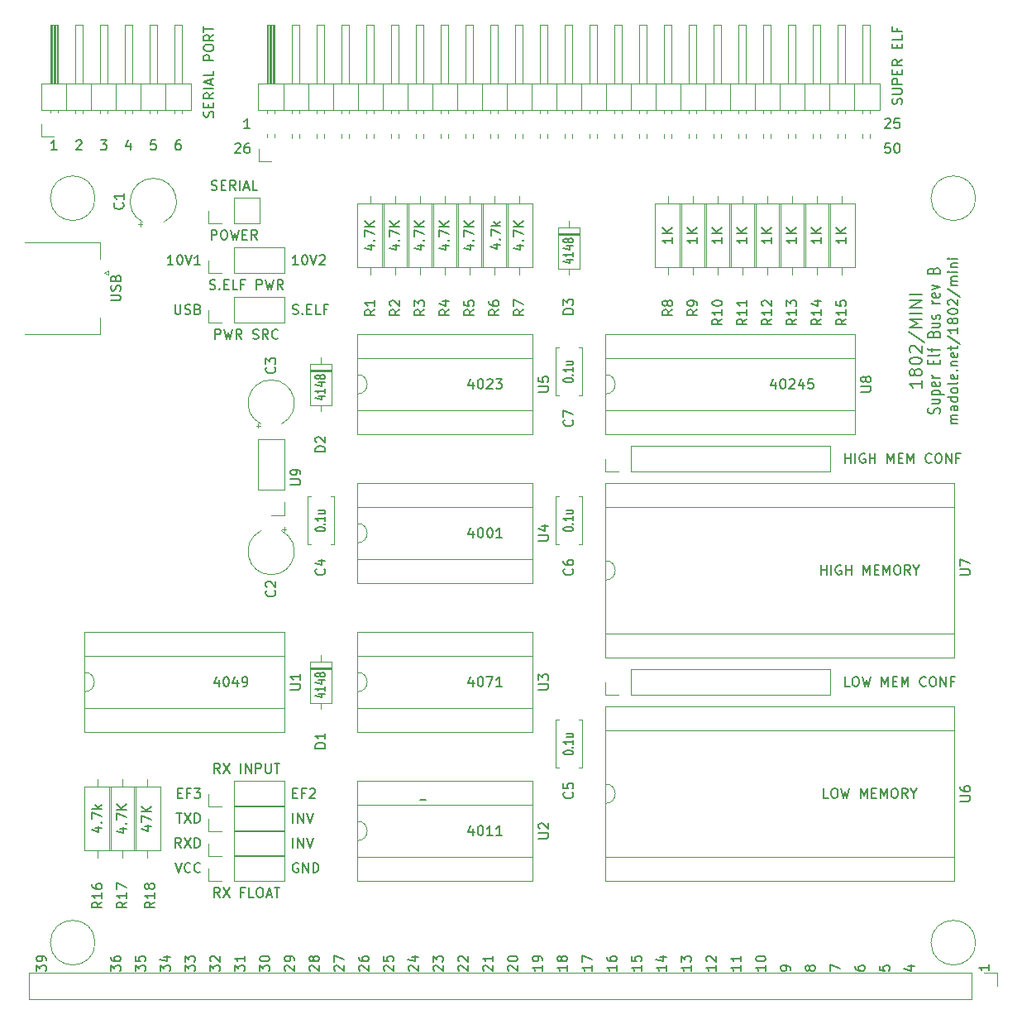
<source format=gto>
G04 #@! TF.GenerationSoftware,KiCad,Pcbnew,(5.1.12)-1*
G04 #@! TF.CreationDate,2021-12-10T02:29:56-05:00*
G04 #@! TF.ProjectId,1802-Mini-Super-Elf-Bus,31383032-2d4d-4696-9e69-2d5375706572,rev?*
G04 #@! TF.SameCoordinates,Original*
G04 #@! TF.FileFunction,Legend,Top*
G04 #@! TF.FilePolarity,Positive*
%FSLAX46Y46*%
G04 Gerber Fmt 4.6, Leading zero omitted, Abs format (unit mm)*
G04 Created by KiCad (PCBNEW (5.1.12)-1) date 2021-12-10 02:29:56*
%MOMM*%
%LPD*%
G01*
G04 APERTURE LIST*
%ADD10C,0.150000*%
%ADD11C,0.175400*%
%ADD12C,0.200800*%
%ADD13C,0.200000*%
%ADD14C,0.120000*%
G04 APERTURE END LIST*
D10*
X110680476Y-59793214D02*
X110680476Y-60459880D01*
X110442380Y-59412261D02*
X110204285Y-60126547D01*
X110823333Y-60126547D01*
X187930476Y-57332619D02*
X187978095Y-57285000D01*
X188073333Y-57237380D01*
X188311428Y-57237380D01*
X188406666Y-57285000D01*
X188454285Y-57332619D01*
X188501904Y-57427857D01*
X188501904Y-57523095D01*
X188454285Y-57665952D01*
X187882857Y-58237380D01*
X188501904Y-58237380D01*
X189406666Y-57237380D02*
X188930476Y-57237380D01*
X188882857Y-57713571D01*
X188930476Y-57665952D01*
X189025714Y-57618333D01*
X189263809Y-57618333D01*
X189359047Y-57665952D01*
X189406666Y-57713571D01*
X189454285Y-57808809D01*
X189454285Y-58046904D01*
X189406666Y-58142142D01*
X189359047Y-58189761D01*
X189263809Y-58237380D01*
X189025714Y-58237380D01*
X188930476Y-58189761D01*
X188882857Y-58142142D01*
X188454285Y-59777380D02*
X187978095Y-59777380D01*
X187930476Y-60253571D01*
X187978095Y-60205952D01*
X188073333Y-60158333D01*
X188311428Y-60158333D01*
X188406666Y-60205952D01*
X188454285Y-60253571D01*
X188501904Y-60348809D01*
X188501904Y-60586904D01*
X188454285Y-60682142D01*
X188406666Y-60729761D01*
X188311428Y-60777380D01*
X188073333Y-60777380D01*
X187978095Y-60729761D01*
X187930476Y-60682142D01*
X189120952Y-59777380D02*
X189216190Y-59777380D01*
X189311428Y-59825000D01*
X189359047Y-59872619D01*
X189406666Y-59967857D01*
X189454285Y-60158333D01*
X189454285Y-60396428D01*
X189406666Y-60586904D01*
X189359047Y-60682142D01*
X189311428Y-60729761D01*
X189216190Y-60777380D01*
X189120952Y-60777380D01*
X189025714Y-60729761D01*
X188978095Y-60682142D01*
X188930476Y-60586904D01*
X188882857Y-60396428D01*
X188882857Y-60158333D01*
X188930476Y-59967857D01*
X188978095Y-59872619D01*
X189025714Y-59825000D01*
X189120952Y-59777380D01*
X121378214Y-59872619D02*
X121425833Y-59825000D01*
X121521071Y-59777380D01*
X121759166Y-59777380D01*
X121854404Y-59825000D01*
X121902023Y-59872619D01*
X121949642Y-59967857D01*
X121949642Y-60063095D01*
X121902023Y-60205952D01*
X121330595Y-60777380D01*
X121949642Y-60777380D01*
X122806785Y-59777380D02*
X122616309Y-59777380D01*
X122521071Y-59825000D01*
X122473452Y-59872619D01*
X122378214Y-60015476D01*
X122330595Y-60205952D01*
X122330595Y-60586904D01*
X122378214Y-60682142D01*
X122425833Y-60729761D01*
X122521071Y-60777380D01*
X122711547Y-60777380D01*
X122806785Y-60729761D01*
X122854404Y-60682142D01*
X122902023Y-60586904D01*
X122902023Y-60348809D01*
X122854404Y-60253571D01*
X122806785Y-60205952D01*
X122711547Y-60158333D01*
X122521071Y-60158333D01*
X122425833Y-60205952D01*
X122378214Y-60253571D01*
X122330595Y-60348809D01*
X122902023Y-58237380D02*
X122330595Y-58237380D01*
X122616309Y-58237380D02*
X122616309Y-57237380D01*
X122521071Y-57380238D01*
X122425833Y-57475476D01*
X122330595Y-57523095D01*
X118975476Y-64539761D02*
X119118333Y-64587380D01*
X119356428Y-64587380D01*
X119451666Y-64539761D01*
X119499285Y-64492142D01*
X119546904Y-64396904D01*
X119546904Y-64301666D01*
X119499285Y-64206428D01*
X119451666Y-64158809D01*
X119356428Y-64111190D01*
X119165952Y-64063571D01*
X119070714Y-64015952D01*
X119023095Y-63968333D01*
X118975476Y-63873095D01*
X118975476Y-63777857D01*
X119023095Y-63682619D01*
X119070714Y-63635000D01*
X119165952Y-63587380D01*
X119404047Y-63587380D01*
X119546904Y-63635000D01*
X119975476Y-64063571D02*
X120308809Y-64063571D01*
X120451666Y-64587380D02*
X119975476Y-64587380D01*
X119975476Y-63587380D01*
X120451666Y-63587380D01*
X121451666Y-64587380D02*
X121118333Y-64111190D01*
X120880238Y-64587380D02*
X120880238Y-63587380D01*
X121261190Y-63587380D01*
X121356428Y-63635000D01*
X121404047Y-63682619D01*
X121451666Y-63777857D01*
X121451666Y-63920714D01*
X121404047Y-64015952D01*
X121356428Y-64063571D01*
X121261190Y-64111190D01*
X120880238Y-64111190D01*
X121880238Y-64587380D02*
X121880238Y-63587380D01*
X122308809Y-64301666D02*
X122785000Y-64301666D01*
X122213571Y-64587380D02*
X122546904Y-63587380D01*
X122880238Y-64587380D01*
X123689761Y-64587380D02*
X123213571Y-64587380D01*
X123213571Y-63587380D01*
X127859404Y-133485000D02*
X127764166Y-133437380D01*
X127621309Y-133437380D01*
X127478452Y-133485000D01*
X127383214Y-133580238D01*
X127335595Y-133675476D01*
X127287976Y-133865952D01*
X127287976Y-134008809D01*
X127335595Y-134199285D01*
X127383214Y-134294523D01*
X127478452Y-134389761D01*
X127621309Y-134437380D01*
X127716547Y-134437380D01*
X127859404Y-134389761D01*
X127907023Y-134342142D01*
X127907023Y-134008809D01*
X127716547Y-134008809D01*
X128335595Y-134437380D02*
X128335595Y-133437380D01*
X128907023Y-134437380D01*
X128907023Y-133437380D01*
X129383214Y-134437380D02*
X129383214Y-133437380D01*
X129621309Y-133437380D01*
X129764166Y-133485000D01*
X129859404Y-133580238D01*
X129907023Y-133675476D01*
X129954642Y-133865952D01*
X129954642Y-134008809D01*
X129907023Y-134199285D01*
X129859404Y-134294523D01*
X129764166Y-134389761D01*
X129621309Y-134437380D01*
X129383214Y-134437380D01*
X127335595Y-131897380D02*
X127335595Y-130897380D01*
X127811785Y-131897380D02*
X127811785Y-130897380D01*
X128383214Y-131897380D01*
X128383214Y-130897380D01*
X128716547Y-130897380D02*
X129049880Y-131897380D01*
X129383214Y-130897380D01*
X127335595Y-129357380D02*
X127335595Y-128357380D01*
X127811785Y-129357380D02*
X127811785Y-128357380D01*
X128383214Y-129357380D01*
X128383214Y-128357380D01*
X128716547Y-128357380D02*
X129049880Y-129357380D01*
X129383214Y-128357380D01*
X119364523Y-79827380D02*
X119364523Y-78827380D01*
X119745476Y-78827380D01*
X119840714Y-78875000D01*
X119888333Y-78922619D01*
X119935952Y-79017857D01*
X119935952Y-79160714D01*
X119888333Y-79255952D01*
X119840714Y-79303571D01*
X119745476Y-79351190D01*
X119364523Y-79351190D01*
X120269285Y-78827380D02*
X120507380Y-79827380D01*
X120697857Y-79113095D01*
X120888333Y-79827380D01*
X121126428Y-78827380D01*
X122078809Y-79827380D02*
X121745476Y-79351190D01*
X121507380Y-79827380D02*
X121507380Y-78827380D01*
X121888333Y-78827380D01*
X121983571Y-78875000D01*
X122031190Y-78922619D01*
X122078809Y-79017857D01*
X122078809Y-79160714D01*
X122031190Y-79255952D01*
X121983571Y-79303571D01*
X121888333Y-79351190D01*
X121507380Y-79351190D01*
X123221666Y-79779761D02*
X123364523Y-79827380D01*
X123602619Y-79827380D01*
X123697857Y-79779761D01*
X123745476Y-79732142D01*
X123793095Y-79636904D01*
X123793095Y-79541666D01*
X123745476Y-79446428D01*
X123697857Y-79398809D01*
X123602619Y-79351190D01*
X123412142Y-79303571D01*
X123316904Y-79255952D01*
X123269285Y-79208333D01*
X123221666Y-79113095D01*
X123221666Y-79017857D01*
X123269285Y-78922619D01*
X123316904Y-78875000D01*
X123412142Y-78827380D01*
X123650238Y-78827380D01*
X123793095Y-78875000D01*
X124793095Y-79827380D02*
X124459761Y-79351190D01*
X124221666Y-79827380D02*
X124221666Y-78827380D01*
X124602619Y-78827380D01*
X124697857Y-78875000D01*
X124745476Y-78922619D01*
X124793095Y-79017857D01*
X124793095Y-79160714D01*
X124745476Y-79255952D01*
X124697857Y-79303571D01*
X124602619Y-79351190D01*
X124221666Y-79351190D01*
X125793095Y-79732142D02*
X125745476Y-79779761D01*
X125602619Y-79827380D01*
X125507380Y-79827380D01*
X125364523Y-79779761D01*
X125269285Y-79684523D01*
X125221666Y-79589285D01*
X125174047Y-79398809D01*
X125174047Y-79255952D01*
X125221666Y-79065476D01*
X125269285Y-78970238D01*
X125364523Y-78875000D01*
X125507380Y-78827380D01*
X125602619Y-78827380D01*
X125745476Y-78875000D01*
X125793095Y-78922619D01*
X118793095Y-74699761D02*
X118935952Y-74747380D01*
X119174047Y-74747380D01*
X119269285Y-74699761D01*
X119316904Y-74652142D01*
X119364523Y-74556904D01*
X119364523Y-74461666D01*
X119316904Y-74366428D01*
X119269285Y-74318809D01*
X119174047Y-74271190D01*
X118983571Y-74223571D01*
X118888333Y-74175952D01*
X118840714Y-74128333D01*
X118793095Y-74033095D01*
X118793095Y-73937857D01*
X118840714Y-73842619D01*
X118888333Y-73795000D01*
X118983571Y-73747380D01*
X119221666Y-73747380D01*
X119364523Y-73795000D01*
X119793095Y-74652142D02*
X119840714Y-74699761D01*
X119793095Y-74747380D01*
X119745476Y-74699761D01*
X119793095Y-74652142D01*
X119793095Y-74747380D01*
X120269285Y-74223571D02*
X120602619Y-74223571D01*
X120745476Y-74747380D02*
X120269285Y-74747380D01*
X120269285Y-73747380D01*
X120745476Y-73747380D01*
X121650238Y-74747380D02*
X121174047Y-74747380D01*
X121174047Y-73747380D01*
X122316904Y-74223571D02*
X121983571Y-74223571D01*
X121983571Y-74747380D02*
X121983571Y-73747380D01*
X122459761Y-73747380D01*
X123602619Y-74747380D02*
X123602619Y-73747380D01*
X123983571Y-73747380D01*
X124078809Y-73795000D01*
X124126428Y-73842619D01*
X124174047Y-73937857D01*
X124174047Y-74080714D01*
X124126428Y-74175952D01*
X124078809Y-74223571D01*
X123983571Y-74271190D01*
X123602619Y-74271190D01*
X124507380Y-73747380D02*
X124745476Y-74747380D01*
X124935952Y-74033095D01*
X125126428Y-74747380D01*
X125364523Y-73747380D01*
X126316904Y-74747380D02*
X125983571Y-74271190D01*
X125745476Y-74747380D02*
X125745476Y-73747380D01*
X126126428Y-73747380D01*
X126221666Y-73795000D01*
X126269285Y-73842619D01*
X126316904Y-73937857D01*
X126316904Y-74080714D01*
X126269285Y-74175952D01*
X126221666Y-74223571D01*
X126126428Y-74271190D01*
X125745476Y-74271190D01*
X108672380Y-75884404D02*
X109481904Y-75884404D01*
X109577142Y-75836785D01*
X109624761Y-75789166D01*
X109672380Y-75693928D01*
X109672380Y-75503452D01*
X109624761Y-75408214D01*
X109577142Y-75360595D01*
X109481904Y-75312976D01*
X108672380Y-75312976D01*
X109624761Y-74884404D02*
X109672380Y-74741547D01*
X109672380Y-74503452D01*
X109624761Y-74408214D01*
X109577142Y-74360595D01*
X109481904Y-74312976D01*
X109386666Y-74312976D01*
X109291428Y-74360595D01*
X109243809Y-74408214D01*
X109196190Y-74503452D01*
X109148571Y-74693928D01*
X109100952Y-74789166D01*
X109053333Y-74836785D01*
X108958095Y-74884404D01*
X108862857Y-74884404D01*
X108767619Y-74836785D01*
X108720000Y-74789166D01*
X108672380Y-74693928D01*
X108672380Y-74455833D01*
X108720000Y-74312976D01*
X109148571Y-73551071D02*
X109196190Y-73408214D01*
X109243809Y-73360595D01*
X109339047Y-73312976D01*
X109481904Y-73312976D01*
X109577142Y-73360595D01*
X109624761Y-73408214D01*
X109672380Y-73503452D01*
X109672380Y-73884404D01*
X108672380Y-73884404D01*
X108672380Y-73551071D01*
X108720000Y-73455833D01*
X108767619Y-73408214D01*
X108862857Y-73360595D01*
X108958095Y-73360595D01*
X109053333Y-73408214D01*
X109100952Y-73455833D01*
X109148571Y-73551071D01*
X109148571Y-73884404D01*
X118975476Y-69667380D02*
X118975476Y-68667380D01*
X119356428Y-68667380D01*
X119451666Y-68715000D01*
X119499285Y-68762619D01*
X119546904Y-68857857D01*
X119546904Y-69000714D01*
X119499285Y-69095952D01*
X119451666Y-69143571D01*
X119356428Y-69191190D01*
X118975476Y-69191190D01*
X120165952Y-68667380D02*
X120356428Y-68667380D01*
X120451666Y-68715000D01*
X120546904Y-68810238D01*
X120594523Y-69000714D01*
X120594523Y-69334047D01*
X120546904Y-69524523D01*
X120451666Y-69619761D01*
X120356428Y-69667380D01*
X120165952Y-69667380D01*
X120070714Y-69619761D01*
X119975476Y-69524523D01*
X119927857Y-69334047D01*
X119927857Y-69000714D01*
X119975476Y-68810238D01*
X120070714Y-68715000D01*
X120165952Y-68667380D01*
X120927857Y-68667380D02*
X121165952Y-69667380D01*
X121356428Y-68953095D01*
X121546904Y-69667380D01*
X121785000Y-68667380D01*
X122165952Y-69143571D02*
X122499285Y-69143571D01*
X122642142Y-69667380D02*
X122165952Y-69667380D01*
X122165952Y-68667380D01*
X122642142Y-68667380D01*
X123642142Y-69667380D02*
X123308809Y-69191190D01*
X123070714Y-69667380D02*
X123070714Y-68667380D01*
X123451666Y-68667380D01*
X123546904Y-68715000D01*
X123594523Y-68762619D01*
X123642142Y-68857857D01*
X123642142Y-69000714D01*
X123594523Y-69095952D01*
X123546904Y-69143571D01*
X123451666Y-69191190D01*
X123070714Y-69191190D01*
X115250595Y-76287380D02*
X115250595Y-77096904D01*
X115298214Y-77192142D01*
X115345833Y-77239761D01*
X115441071Y-77287380D01*
X115631547Y-77287380D01*
X115726785Y-77239761D01*
X115774404Y-77192142D01*
X115822023Y-77096904D01*
X115822023Y-76287380D01*
X116250595Y-77239761D02*
X116393452Y-77287380D01*
X116631547Y-77287380D01*
X116726785Y-77239761D01*
X116774404Y-77192142D01*
X116822023Y-77096904D01*
X116822023Y-77001666D01*
X116774404Y-76906428D01*
X116726785Y-76858809D01*
X116631547Y-76811190D01*
X116441071Y-76763571D01*
X116345833Y-76715952D01*
X116298214Y-76668333D01*
X116250595Y-76573095D01*
X116250595Y-76477857D01*
X116298214Y-76382619D01*
X116345833Y-76335000D01*
X116441071Y-76287380D01*
X116679166Y-76287380D01*
X116822023Y-76335000D01*
X117583928Y-76763571D02*
X117726785Y-76811190D01*
X117774404Y-76858809D01*
X117822023Y-76954047D01*
X117822023Y-77096904D01*
X117774404Y-77192142D01*
X117726785Y-77239761D01*
X117631547Y-77287380D01*
X117250595Y-77287380D01*
X117250595Y-76287380D01*
X117583928Y-76287380D01*
X117679166Y-76335000D01*
X117726785Y-76382619D01*
X117774404Y-76477857D01*
X117774404Y-76573095D01*
X117726785Y-76668333D01*
X117679166Y-76715952D01*
X117583928Y-76763571D01*
X117250595Y-76763571D01*
X127287976Y-77239761D02*
X127430833Y-77287380D01*
X127668928Y-77287380D01*
X127764166Y-77239761D01*
X127811785Y-77192142D01*
X127859404Y-77096904D01*
X127859404Y-77001666D01*
X127811785Y-76906428D01*
X127764166Y-76858809D01*
X127668928Y-76811190D01*
X127478452Y-76763571D01*
X127383214Y-76715952D01*
X127335595Y-76668333D01*
X127287976Y-76573095D01*
X127287976Y-76477857D01*
X127335595Y-76382619D01*
X127383214Y-76335000D01*
X127478452Y-76287380D01*
X127716547Y-76287380D01*
X127859404Y-76335000D01*
X128287976Y-77192142D02*
X128335595Y-77239761D01*
X128287976Y-77287380D01*
X128240357Y-77239761D01*
X128287976Y-77192142D01*
X128287976Y-77287380D01*
X128764166Y-76763571D02*
X129097500Y-76763571D01*
X129240357Y-77287380D02*
X128764166Y-77287380D01*
X128764166Y-76287380D01*
X129240357Y-76287380D01*
X130145119Y-77287380D02*
X129668928Y-77287380D01*
X129668928Y-76287380D01*
X130811785Y-76763571D02*
X130478452Y-76763571D01*
X130478452Y-77287380D02*
X130478452Y-76287380D01*
X130954642Y-76287380D01*
X115060119Y-72207380D02*
X114488690Y-72207380D01*
X114774404Y-72207380D02*
X114774404Y-71207380D01*
X114679166Y-71350238D01*
X114583928Y-71445476D01*
X114488690Y-71493095D01*
X115679166Y-71207380D02*
X115774404Y-71207380D01*
X115869642Y-71255000D01*
X115917261Y-71302619D01*
X115964880Y-71397857D01*
X116012500Y-71588333D01*
X116012500Y-71826428D01*
X115964880Y-72016904D01*
X115917261Y-72112142D01*
X115869642Y-72159761D01*
X115774404Y-72207380D01*
X115679166Y-72207380D01*
X115583928Y-72159761D01*
X115536309Y-72112142D01*
X115488690Y-72016904D01*
X115441071Y-71826428D01*
X115441071Y-71588333D01*
X115488690Y-71397857D01*
X115536309Y-71302619D01*
X115583928Y-71255000D01*
X115679166Y-71207380D01*
X116298214Y-71207380D02*
X116631547Y-72207380D01*
X116964880Y-71207380D01*
X117822023Y-72207380D02*
X117250595Y-72207380D01*
X117536309Y-72207380D02*
X117536309Y-71207380D01*
X117441071Y-71350238D01*
X117345833Y-71445476D01*
X117250595Y-71493095D01*
X127859404Y-72207380D02*
X127287976Y-72207380D01*
X127573690Y-72207380D02*
X127573690Y-71207380D01*
X127478452Y-71350238D01*
X127383214Y-71445476D01*
X127287976Y-71493095D01*
X128478452Y-71207380D02*
X128573690Y-71207380D01*
X128668928Y-71255000D01*
X128716547Y-71302619D01*
X128764166Y-71397857D01*
X128811785Y-71588333D01*
X128811785Y-71826428D01*
X128764166Y-72016904D01*
X128716547Y-72112142D01*
X128668928Y-72159761D01*
X128573690Y-72207380D01*
X128478452Y-72207380D01*
X128383214Y-72159761D01*
X128335595Y-72112142D01*
X128287976Y-72016904D01*
X128240357Y-71826428D01*
X128240357Y-71588333D01*
X128287976Y-71397857D01*
X128335595Y-71302619D01*
X128383214Y-71255000D01*
X128478452Y-71207380D01*
X129097500Y-71207380D02*
X129430833Y-72207380D01*
X129764166Y-71207380D01*
X130049880Y-71302619D02*
X130097500Y-71255000D01*
X130192738Y-71207380D01*
X130430833Y-71207380D01*
X130526071Y-71255000D01*
X130573690Y-71302619D01*
X130621309Y-71397857D01*
X130621309Y-71493095D01*
X130573690Y-71635952D01*
X130002261Y-72207380D01*
X130621309Y-72207380D01*
X115760476Y-59459880D02*
X115570000Y-59459880D01*
X115474761Y-59507500D01*
X115427142Y-59555119D01*
X115331904Y-59697976D01*
X115284285Y-59888452D01*
X115284285Y-60269404D01*
X115331904Y-60364642D01*
X115379523Y-60412261D01*
X115474761Y-60459880D01*
X115665238Y-60459880D01*
X115760476Y-60412261D01*
X115808095Y-60364642D01*
X115855714Y-60269404D01*
X115855714Y-60031309D01*
X115808095Y-59936071D01*
X115760476Y-59888452D01*
X115665238Y-59840833D01*
X115474761Y-59840833D01*
X115379523Y-59888452D01*
X115331904Y-59936071D01*
X115284285Y-60031309D01*
X183850595Y-92527380D02*
X183850595Y-91527380D01*
X183850595Y-92003571D02*
X184422023Y-92003571D01*
X184422023Y-92527380D02*
X184422023Y-91527380D01*
X184898214Y-92527380D02*
X184898214Y-91527380D01*
X185898214Y-91575000D02*
X185802976Y-91527380D01*
X185660119Y-91527380D01*
X185517261Y-91575000D01*
X185422023Y-91670238D01*
X185374404Y-91765476D01*
X185326785Y-91955952D01*
X185326785Y-92098809D01*
X185374404Y-92289285D01*
X185422023Y-92384523D01*
X185517261Y-92479761D01*
X185660119Y-92527380D01*
X185755357Y-92527380D01*
X185898214Y-92479761D01*
X185945833Y-92432142D01*
X185945833Y-92098809D01*
X185755357Y-92098809D01*
X186374404Y-92527380D02*
X186374404Y-91527380D01*
X186374404Y-92003571D02*
X186945833Y-92003571D01*
X186945833Y-92527380D02*
X186945833Y-91527380D01*
X188183928Y-92527380D02*
X188183928Y-91527380D01*
X188517261Y-92241666D01*
X188850595Y-91527380D01*
X188850595Y-92527380D01*
X189326785Y-92003571D02*
X189660119Y-92003571D01*
X189802976Y-92527380D02*
X189326785Y-92527380D01*
X189326785Y-91527380D01*
X189802976Y-91527380D01*
X190231547Y-92527380D02*
X190231547Y-91527380D01*
X190564880Y-92241666D01*
X190898214Y-91527380D01*
X190898214Y-92527380D01*
X192707738Y-92432142D02*
X192660119Y-92479761D01*
X192517261Y-92527380D01*
X192422023Y-92527380D01*
X192279166Y-92479761D01*
X192183928Y-92384523D01*
X192136309Y-92289285D01*
X192088690Y-92098809D01*
X192088690Y-91955952D01*
X192136309Y-91765476D01*
X192183928Y-91670238D01*
X192279166Y-91575000D01*
X192422023Y-91527380D01*
X192517261Y-91527380D01*
X192660119Y-91575000D01*
X192707738Y-91622619D01*
X193326785Y-91527380D02*
X193517261Y-91527380D01*
X193612500Y-91575000D01*
X193707738Y-91670238D01*
X193755357Y-91860714D01*
X193755357Y-92194047D01*
X193707738Y-92384523D01*
X193612500Y-92479761D01*
X193517261Y-92527380D01*
X193326785Y-92527380D01*
X193231547Y-92479761D01*
X193136309Y-92384523D01*
X193088690Y-92194047D01*
X193088690Y-91860714D01*
X193136309Y-91670238D01*
X193231547Y-91575000D01*
X193326785Y-91527380D01*
X194183928Y-92527380D02*
X194183928Y-91527380D01*
X194755357Y-92527380D01*
X194755357Y-91527380D01*
X195564880Y-92003571D02*
X195231547Y-92003571D01*
X195231547Y-92527380D02*
X195231547Y-91527380D01*
X195707738Y-91527380D01*
X181396309Y-103957380D02*
X181396309Y-102957380D01*
X181396309Y-103433571D02*
X181967738Y-103433571D01*
X181967738Y-103957380D02*
X181967738Y-102957380D01*
X182443928Y-103957380D02*
X182443928Y-102957380D01*
X183443928Y-103005000D02*
X183348690Y-102957380D01*
X183205833Y-102957380D01*
X183062976Y-103005000D01*
X182967738Y-103100238D01*
X182920119Y-103195476D01*
X182872500Y-103385952D01*
X182872500Y-103528809D01*
X182920119Y-103719285D01*
X182967738Y-103814523D01*
X183062976Y-103909761D01*
X183205833Y-103957380D01*
X183301071Y-103957380D01*
X183443928Y-103909761D01*
X183491547Y-103862142D01*
X183491547Y-103528809D01*
X183301071Y-103528809D01*
X183920119Y-103957380D02*
X183920119Y-102957380D01*
X183920119Y-103433571D02*
X184491547Y-103433571D01*
X184491547Y-103957380D02*
X184491547Y-102957380D01*
X185729642Y-103957380D02*
X185729642Y-102957380D01*
X186062976Y-103671666D01*
X186396309Y-102957380D01*
X186396309Y-103957380D01*
X186872500Y-103433571D02*
X187205833Y-103433571D01*
X187348690Y-103957380D02*
X186872500Y-103957380D01*
X186872500Y-102957380D01*
X187348690Y-102957380D01*
X187777261Y-103957380D02*
X187777261Y-102957380D01*
X188110595Y-103671666D01*
X188443928Y-102957380D01*
X188443928Y-103957380D01*
X189110595Y-102957380D02*
X189301071Y-102957380D01*
X189396309Y-103005000D01*
X189491547Y-103100238D01*
X189539166Y-103290714D01*
X189539166Y-103624047D01*
X189491547Y-103814523D01*
X189396309Y-103909761D01*
X189301071Y-103957380D01*
X189110595Y-103957380D01*
X189015357Y-103909761D01*
X188920119Y-103814523D01*
X188872500Y-103624047D01*
X188872500Y-103290714D01*
X188920119Y-103100238D01*
X189015357Y-103005000D01*
X189110595Y-102957380D01*
X190539166Y-103957380D02*
X190205833Y-103481190D01*
X189967738Y-103957380D02*
X189967738Y-102957380D01*
X190348690Y-102957380D01*
X190443928Y-103005000D01*
X190491547Y-103052619D01*
X190539166Y-103147857D01*
X190539166Y-103290714D01*
X190491547Y-103385952D01*
X190443928Y-103433571D01*
X190348690Y-103481190D01*
X189967738Y-103481190D01*
X191158214Y-103481190D02*
X191158214Y-103957380D01*
X190824880Y-102957380D02*
X191158214Y-103481190D01*
X191491547Y-102957380D01*
X182158214Y-126817380D02*
X181682023Y-126817380D01*
X181682023Y-125817380D01*
X182682023Y-125817380D02*
X182872500Y-125817380D01*
X182967738Y-125865000D01*
X183062976Y-125960238D01*
X183110595Y-126150714D01*
X183110595Y-126484047D01*
X183062976Y-126674523D01*
X182967738Y-126769761D01*
X182872500Y-126817380D01*
X182682023Y-126817380D01*
X182586785Y-126769761D01*
X182491547Y-126674523D01*
X182443928Y-126484047D01*
X182443928Y-126150714D01*
X182491547Y-125960238D01*
X182586785Y-125865000D01*
X182682023Y-125817380D01*
X183443928Y-125817380D02*
X183682023Y-126817380D01*
X183872500Y-126103095D01*
X184062976Y-126817380D01*
X184301071Y-125817380D01*
X185443928Y-126817380D02*
X185443928Y-125817380D01*
X185777261Y-126531666D01*
X186110595Y-125817380D01*
X186110595Y-126817380D01*
X186586785Y-126293571D02*
X186920119Y-126293571D01*
X187062976Y-126817380D02*
X186586785Y-126817380D01*
X186586785Y-125817380D01*
X187062976Y-125817380D01*
X187491547Y-126817380D02*
X187491547Y-125817380D01*
X187824880Y-126531666D01*
X188158214Y-125817380D01*
X188158214Y-126817380D01*
X188824880Y-125817380D02*
X189015357Y-125817380D01*
X189110595Y-125865000D01*
X189205833Y-125960238D01*
X189253452Y-126150714D01*
X189253452Y-126484047D01*
X189205833Y-126674523D01*
X189110595Y-126769761D01*
X189015357Y-126817380D01*
X188824880Y-126817380D01*
X188729642Y-126769761D01*
X188634404Y-126674523D01*
X188586785Y-126484047D01*
X188586785Y-126150714D01*
X188634404Y-125960238D01*
X188729642Y-125865000D01*
X188824880Y-125817380D01*
X190253452Y-126817380D02*
X189920119Y-126341190D01*
X189682023Y-126817380D02*
X189682023Y-125817380D01*
X190062976Y-125817380D01*
X190158214Y-125865000D01*
X190205833Y-125912619D01*
X190253452Y-126007857D01*
X190253452Y-126150714D01*
X190205833Y-126245952D01*
X190158214Y-126293571D01*
X190062976Y-126341190D01*
X189682023Y-126341190D01*
X190872500Y-126341190D02*
X190872500Y-126817380D01*
X190539166Y-125817380D02*
X190872500Y-126341190D01*
X191205833Y-125817380D01*
X127335595Y-126293571D02*
X127668928Y-126293571D01*
X127811785Y-126817380D02*
X127335595Y-126817380D01*
X127335595Y-125817380D01*
X127811785Y-125817380D01*
X128573690Y-126293571D02*
X128240357Y-126293571D01*
X128240357Y-126817380D02*
X128240357Y-125817380D01*
X128716547Y-125817380D01*
X129049880Y-125912619D02*
X129097500Y-125865000D01*
X129192738Y-125817380D01*
X129430833Y-125817380D01*
X129526071Y-125865000D01*
X129573690Y-125912619D01*
X129621309Y-126007857D01*
X129621309Y-126103095D01*
X129573690Y-126245952D01*
X129002261Y-126817380D01*
X129621309Y-126817380D01*
X195397380Y-88438571D02*
X194730714Y-88438571D01*
X194825952Y-88438571D02*
X194778333Y-88390952D01*
X194730714Y-88295714D01*
X194730714Y-88152857D01*
X194778333Y-88057619D01*
X194873571Y-88010000D01*
X195397380Y-88010000D01*
X194873571Y-88010000D02*
X194778333Y-87962380D01*
X194730714Y-87867142D01*
X194730714Y-87724285D01*
X194778333Y-87629047D01*
X194873571Y-87581428D01*
X195397380Y-87581428D01*
X195397380Y-86676666D02*
X194873571Y-86676666D01*
X194778333Y-86724285D01*
X194730714Y-86819523D01*
X194730714Y-87010000D01*
X194778333Y-87105238D01*
X195349761Y-86676666D02*
X195397380Y-86771904D01*
X195397380Y-87010000D01*
X195349761Y-87105238D01*
X195254523Y-87152857D01*
X195159285Y-87152857D01*
X195064047Y-87105238D01*
X195016428Y-87010000D01*
X195016428Y-86771904D01*
X194968809Y-86676666D01*
X195397380Y-85771904D02*
X194397380Y-85771904D01*
X195349761Y-85771904D02*
X195397380Y-85867142D01*
X195397380Y-86057619D01*
X195349761Y-86152857D01*
X195302142Y-86200476D01*
X195206904Y-86248095D01*
X194921190Y-86248095D01*
X194825952Y-86200476D01*
X194778333Y-86152857D01*
X194730714Y-86057619D01*
X194730714Y-85867142D01*
X194778333Y-85771904D01*
X195397380Y-85152857D02*
X195349761Y-85248095D01*
X195302142Y-85295714D01*
X195206904Y-85343333D01*
X194921190Y-85343333D01*
X194825952Y-85295714D01*
X194778333Y-85248095D01*
X194730714Y-85152857D01*
X194730714Y-85010000D01*
X194778333Y-84914761D01*
X194825952Y-84867142D01*
X194921190Y-84819523D01*
X195206904Y-84819523D01*
X195302142Y-84867142D01*
X195349761Y-84914761D01*
X195397380Y-85010000D01*
X195397380Y-85152857D01*
X195397380Y-84248095D02*
X195349761Y-84343333D01*
X195254523Y-84390952D01*
X194397380Y-84390952D01*
X195349761Y-83486190D02*
X195397380Y-83581428D01*
X195397380Y-83771904D01*
X195349761Y-83867142D01*
X195254523Y-83914761D01*
X194873571Y-83914761D01*
X194778333Y-83867142D01*
X194730714Y-83771904D01*
X194730714Y-83581428D01*
X194778333Y-83486190D01*
X194873571Y-83438571D01*
X194968809Y-83438571D01*
X195064047Y-83914761D01*
X195302142Y-83010000D02*
X195349761Y-82962380D01*
X195397380Y-83010000D01*
X195349761Y-83057619D01*
X195302142Y-83010000D01*
X195397380Y-83010000D01*
X194730714Y-82533809D02*
X195397380Y-82533809D01*
X194825952Y-82533809D02*
X194778333Y-82486190D01*
X194730714Y-82390952D01*
X194730714Y-82248095D01*
X194778333Y-82152857D01*
X194873571Y-82105238D01*
X195397380Y-82105238D01*
X195349761Y-81248095D02*
X195397380Y-81343333D01*
X195397380Y-81533809D01*
X195349761Y-81629047D01*
X195254523Y-81676666D01*
X194873571Y-81676666D01*
X194778333Y-81629047D01*
X194730714Y-81533809D01*
X194730714Y-81343333D01*
X194778333Y-81248095D01*
X194873571Y-81200476D01*
X194968809Y-81200476D01*
X195064047Y-81676666D01*
X194730714Y-80914761D02*
X194730714Y-80533809D01*
X194397380Y-80771904D02*
X195254523Y-80771904D01*
X195349761Y-80724285D01*
X195397380Y-80629047D01*
X195397380Y-80533809D01*
X194349761Y-79486190D02*
X195635476Y-80343333D01*
X195397380Y-78629047D02*
X195397380Y-79200476D01*
X195397380Y-78914761D02*
X194397380Y-78914761D01*
X194540238Y-79010000D01*
X194635476Y-79105238D01*
X194683095Y-79200476D01*
X194825952Y-78057619D02*
X194778333Y-78152857D01*
X194730714Y-78200476D01*
X194635476Y-78248095D01*
X194587857Y-78248095D01*
X194492619Y-78200476D01*
X194445000Y-78152857D01*
X194397380Y-78057619D01*
X194397380Y-77867142D01*
X194445000Y-77771904D01*
X194492619Y-77724285D01*
X194587857Y-77676666D01*
X194635476Y-77676666D01*
X194730714Y-77724285D01*
X194778333Y-77771904D01*
X194825952Y-77867142D01*
X194825952Y-78057619D01*
X194873571Y-78152857D01*
X194921190Y-78200476D01*
X195016428Y-78248095D01*
X195206904Y-78248095D01*
X195302142Y-78200476D01*
X195349761Y-78152857D01*
X195397380Y-78057619D01*
X195397380Y-77867142D01*
X195349761Y-77771904D01*
X195302142Y-77724285D01*
X195206904Y-77676666D01*
X195016428Y-77676666D01*
X194921190Y-77724285D01*
X194873571Y-77771904D01*
X194825952Y-77867142D01*
X194397380Y-77057619D02*
X194397380Y-76962380D01*
X194445000Y-76867142D01*
X194492619Y-76819523D01*
X194587857Y-76771904D01*
X194778333Y-76724285D01*
X195016428Y-76724285D01*
X195206904Y-76771904D01*
X195302142Y-76819523D01*
X195349761Y-76867142D01*
X195397380Y-76962380D01*
X195397380Y-77057619D01*
X195349761Y-77152857D01*
X195302142Y-77200476D01*
X195206904Y-77248095D01*
X195016428Y-77295714D01*
X194778333Y-77295714D01*
X194587857Y-77248095D01*
X194492619Y-77200476D01*
X194445000Y-77152857D01*
X194397380Y-77057619D01*
X194492619Y-76343333D02*
X194445000Y-76295714D01*
X194397380Y-76200476D01*
X194397380Y-75962380D01*
X194445000Y-75867142D01*
X194492619Y-75819523D01*
X194587857Y-75771904D01*
X194683095Y-75771904D01*
X194825952Y-75819523D01*
X195397380Y-76390952D01*
X195397380Y-75771904D01*
X194349761Y-74629047D02*
X195635476Y-75486190D01*
X195397380Y-74295714D02*
X194730714Y-74295714D01*
X194825952Y-74295714D02*
X194778333Y-74248095D01*
X194730714Y-74152857D01*
X194730714Y-74010000D01*
X194778333Y-73914761D01*
X194873571Y-73867142D01*
X195397380Y-73867142D01*
X194873571Y-73867142D02*
X194778333Y-73819523D01*
X194730714Y-73724285D01*
X194730714Y-73581428D01*
X194778333Y-73486190D01*
X194873571Y-73438571D01*
X195397380Y-73438571D01*
X195397380Y-72962380D02*
X194730714Y-72962380D01*
X194397380Y-72962380D02*
X194445000Y-73010000D01*
X194492619Y-72962380D01*
X194445000Y-72914761D01*
X194397380Y-72962380D01*
X194492619Y-72962380D01*
X194730714Y-72486190D02*
X195397380Y-72486190D01*
X194825952Y-72486190D02*
X194778333Y-72438571D01*
X194730714Y-72343333D01*
X194730714Y-72200476D01*
X194778333Y-72105238D01*
X194873571Y-72057619D01*
X195397380Y-72057619D01*
X195397380Y-71581428D02*
X194730714Y-71581428D01*
X194397380Y-71581428D02*
X194445000Y-71629047D01*
X194492619Y-71581428D01*
X194445000Y-71533809D01*
X194397380Y-71581428D01*
X194492619Y-71581428D01*
D11*
X193547571Y-87438571D02*
X193607285Y-87295714D01*
X193607285Y-87057619D01*
X193547571Y-86962380D01*
X193487857Y-86914761D01*
X193368428Y-86867142D01*
X193249000Y-86867142D01*
X193129571Y-86914761D01*
X193069857Y-86962380D01*
X193010142Y-87057619D01*
X192950428Y-87248095D01*
X192890714Y-87343333D01*
X192831000Y-87390952D01*
X192711571Y-87438571D01*
X192592142Y-87438571D01*
X192472714Y-87390952D01*
X192413000Y-87343333D01*
X192353285Y-87248095D01*
X192353285Y-87010000D01*
X192413000Y-86867142D01*
X192771285Y-86010000D02*
X193607285Y-86010000D01*
X192771285Y-86438571D02*
X193428142Y-86438571D01*
X193547571Y-86390952D01*
X193607285Y-86295714D01*
X193607285Y-86152857D01*
X193547571Y-86057619D01*
X193487857Y-86010000D01*
X192771285Y-85533809D02*
X194025285Y-85533809D01*
X192831000Y-85533809D02*
X192771285Y-85438571D01*
X192771285Y-85248095D01*
X192831000Y-85152857D01*
X192890714Y-85105238D01*
X193010142Y-85057619D01*
X193368428Y-85057619D01*
X193487857Y-85105238D01*
X193547571Y-85152857D01*
X193607285Y-85248095D01*
X193607285Y-85438571D01*
X193547571Y-85533809D01*
X193547571Y-84248095D02*
X193607285Y-84343333D01*
X193607285Y-84533809D01*
X193547571Y-84629047D01*
X193428142Y-84676666D01*
X192950428Y-84676666D01*
X192831000Y-84629047D01*
X192771285Y-84533809D01*
X192771285Y-84343333D01*
X192831000Y-84248095D01*
X192950428Y-84200476D01*
X193069857Y-84200476D01*
X193189285Y-84676666D01*
X193607285Y-83771904D02*
X192771285Y-83771904D01*
X193010142Y-83771904D02*
X192890714Y-83724285D01*
X192831000Y-83676666D01*
X192771285Y-83581428D01*
X192771285Y-83486190D01*
X192950428Y-82390952D02*
X192950428Y-82057619D01*
X193607285Y-81914761D02*
X193607285Y-82390952D01*
X192353285Y-82390952D01*
X192353285Y-81914761D01*
X193607285Y-81343333D02*
X193547571Y-81438571D01*
X193428142Y-81486190D01*
X192353285Y-81486190D01*
X192771285Y-81105238D02*
X192771285Y-80724285D01*
X193607285Y-80962380D02*
X192532428Y-80962380D01*
X192413000Y-80914761D01*
X192353285Y-80819523D01*
X192353285Y-80724285D01*
X192950428Y-79295714D02*
X193010142Y-79152857D01*
X193069857Y-79105238D01*
X193189285Y-79057619D01*
X193368428Y-79057619D01*
X193487857Y-79105238D01*
X193547571Y-79152857D01*
X193607285Y-79248095D01*
X193607285Y-79629047D01*
X192353285Y-79629047D01*
X192353285Y-79295714D01*
X192413000Y-79200476D01*
X192472714Y-79152857D01*
X192592142Y-79105238D01*
X192711571Y-79105238D01*
X192831000Y-79152857D01*
X192890714Y-79200476D01*
X192950428Y-79295714D01*
X192950428Y-79629047D01*
X192771285Y-78200476D02*
X193607285Y-78200476D01*
X192771285Y-78629047D02*
X193428142Y-78629047D01*
X193547571Y-78581428D01*
X193607285Y-78486190D01*
X193607285Y-78343333D01*
X193547571Y-78248095D01*
X193487857Y-78200476D01*
X193547571Y-77771904D02*
X193607285Y-77676666D01*
X193607285Y-77486190D01*
X193547571Y-77390952D01*
X193428142Y-77343333D01*
X193368428Y-77343333D01*
X193249000Y-77390952D01*
X193189285Y-77486190D01*
X193189285Y-77629047D01*
X193129571Y-77724285D01*
X193010142Y-77771904D01*
X192950428Y-77771904D01*
X192831000Y-77724285D01*
X192771285Y-77629047D01*
X192771285Y-77486190D01*
X192831000Y-77390952D01*
X193607285Y-76152857D02*
X192771285Y-76152857D01*
X193010142Y-76152857D02*
X192890714Y-76105238D01*
X192831000Y-76057619D01*
X192771285Y-75962380D01*
X192771285Y-75867142D01*
X193547571Y-75152857D02*
X193607285Y-75248095D01*
X193607285Y-75438571D01*
X193547571Y-75533809D01*
X193428142Y-75581428D01*
X192950428Y-75581428D01*
X192831000Y-75533809D01*
X192771285Y-75438571D01*
X192771285Y-75248095D01*
X192831000Y-75152857D01*
X192950428Y-75105238D01*
X193069857Y-75105238D01*
X193189285Y-75581428D01*
X192771285Y-74771904D02*
X193607285Y-74533809D01*
X192771285Y-74295714D01*
X192950428Y-72819523D02*
X193010142Y-72676666D01*
X193069857Y-72629047D01*
X193189285Y-72581428D01*
X193368428Y-72581428D01*
X193487857Y-72629047D01*
X193547571Y-72676666D01*
X193607285Y-72771904D01*
X193607285Y-73152857D01*
X192353285Y-73152857D01*
X192353285Y-72819523D01*
X192413000Y-72724285D01*
X192472714Y-72676666D01*
X192592142Y-72629047D01*
X192711571Y-72629047D01*
X192831000Y-72676666D01*
X192890714Y-72724285D01*
X192950428Y-72819523D01*
X192950428Y-73152857D01*
D12*
X191702285Y-84070571D02*
X191702285Y-84787142D01*
X191702285Y-84428857D02*
X190448285Y-84428857D01*
X190627428Y-84548285D01*
X190746857Y-84667714D01*
X190806571Y-84787142D01*
X190985714Y-83354000D02*
X190926000Y-83473428D01*
X190866285Y-83533142D01*
X190746857Y-83592857D01*
X190687142Y-83592857D01*
X190567714Y-83533142D01*
X190508000Y-83473428D01*
X190448285Y-83354000D01*
X190448285Y-83115142D01*
X190508000Y-82995714D01*
X190567714Y-82936000D01*
X190687142Y-82876285D01*
X190746857Y-82876285D01*
X190866285Y-82936000D01*
X190926000Y-82995714D01*
X190985714Y-83115142D01*
X190985714Y-83354000D01*
X191045428Y-83473428D01*
X191105142Y-83533142D01*
X191224571Y-83592857D01*
X191463428Y-83592857D01*
X191582857Y-83533142D01*
X191642571Y-83473428D01*
X191702285Y-83354000D01*
X191702285Y-83115142D01*
X191642571Y-82995714D01*
X191582857Y-82936000D01*
X191463428Y-82876285D01*
X191224571Y-82876285D01*
X191105142Y-82936000D01*
X191045428Y-82995714D01*
X190985714Y-83115142D01*
X190448285Y-82100000D02*
X190448285Y-81980571D01*
X190508000Y-81861142D01*
X190567714Y-81801428D01*
X190687142Y-81741714D01*
X190926000Y-81682000D01*
X191224571Y-81682000D01*
X191463428Y-81741714D01*
X191582857Y-81801428D01*
X191642571Y-81861142D01*
X191702285Y-81980571D01*
X191702285Y-82100000D01*
X191642571Y-82219428D01*
X191582857Y-82279142D01*
X191463428Y-82338857D01*
X191224571Y-82398571D01*
X190926000Y-82398571D01*
X190687142Y-82338857D01*
X190567714Y-82279142D01*
X190508000Y-82219428D01*
X190448285Y-82100000D01*
X190567714Y-81204285D02*
X190508000Y-81144571D01*
X190448285Y-81025142D01*
X190448285Y-80726571D01*
X190508000Y-80607142D01*
X190567714Y-80547428D01*
X190687142Y-80487714D01*
X190806571Y-80487714D01*
X190985714Y-80547428D01*
X191702285Y-81264000D01*
X191702285Y-80487714D01*
X190388571Y-79054571D02*
X192000857Y-80129428D01*
X191702285Y-78636571D02*
X190448285Y-78636571D01*
X191344000Y-78218571D01*
X190448285Y-77800571D01*
X191702285Y-77800571D01*
X191702285Y-77203428D02*
X190448285Y-77203428D01*
X191702285Y-76606285D02*
X190448285Y-76606285D01*
X191702285Y-75889714D01*
X190448285Y-75889714D01*
X191702285Y-75292571D02*
X190448285Y-75292571D01*
D10*
X103155714Y-60459880D02*
X102584285Y-60459880D01*
X102870000Y-60459880D02*
X102870000Y-59459880D01*
X102774761Y-59602738D01*
X102679523Y-59697976D01*
X102584285Y-59745595D01*
X113268095Y-59459880D02*
X112791904Y-59459880D01*
X112744285Y-59936071D01*
X112791904Y-59888452D01*
X112887142Y-59840833D01*
X113125238Y-59840833D01*
X113220476Y-59888452D01*
X113268095Y-59936071D01*
X113315714Y-60031309D01*
X113315714Y-60269404D01*
X113268095Y-60364642D01*
X113220476Y-60412261D01*
X113125238Y-60459880D01*
X112887142Y-60459880D01*
X112791904Y-60412261D01*
X112744285Y-60364642D01*
X105124285Y-59555119D02*
X105171904Y-59507500D01*
X105267142Y-59459880D01*
X105505238Y-59459880D01*
X105600476Y-59507500D01*
X105648095Y-59555119D01*
X105695714Y-59650357D01*
X105695714Y-59745595D01*
X105648095Y-59888452D01*
X105076666Y-60459880D01*
X105695714Y-60459880D01*
X107616666Y-59459880D02*
X108235714Y-59459880D01*
X107902380Y-59840833D01*
X108045238Y-59840833D01*
X108140476Y-59888452D01*
X108188095Y-59936071D01*
X108235714Y-60031309D01*
X108235714Y-60269404D01*
X108188095Y-60364642D01*
X108140476Y-60412261D01*
X108045238Y-60459880D01*
X107759523Y-60459880D01*
X107664285Y-60412261D01*
X107616666Y-60364642D01*
X101052380Y-144539642D02*
X101052380Y-143920595D01*
X101433333Y-144253928D01*
X101433333Y-144111071D01*
X101480952Y-144015833D01*
X101528571Y-143968214D01*
X101623809Y-143920595D01*
X101861904Y-143920595D01*
X101957142Y-143968214D01*
X102004761Y-144015833D01*
X102052380Y-144111071D01*
X102052380Y-144396785D01*
X102004761Y-144492023D01*
X101957142Y-144539642D01*
X102052380Y-143444404D02*
X102052380Y-143253928D01*
X102004761Y-143158690D01*
X101957142Y-143111071D01*
X101814285Y-143015833D01*
X101623809Y-142968214D01*
X101242857Y-142968214D01*
X101147619Y-143015833D01*
X101100000Y-143063452D01*
X101052380Y-143158690D01*
X101052380Y-143349166D01*
X101100000Y-143444404D01*
X101147619Y-143492023D01*
X101242857Y-143539642D01*
X101480952Y-143539642D01*
X101576190Y-143492023D01*
X101623809Y-143444404D01*
X101671428Y-143349166D01*
X101671428Y-143158690D01*
X101623809Y-143063452D01*
X101576190Y-143015833D01*
X101480952Y-142968214D01*
X108672380Y-144539642D02*
X108672380Y-143920595D01*
X109053333Y-144253928D01*
X109053333Y-144111071D01*
X109100952Y-144015833D01*
X109148571Y-143968214D01*
X109243809Y-143920595D01*
X109481904Y-143920595D01*
X109577142Y-143968214D01*
X109624761Y-144015833D01*
X109672380Y-144111071D01*
X109672380Y-144396785D01*
X109624761Y-144492023D01*
X109577142Y-144539642D01*
X108672380Y-143063452D02*
X108672380Y-143253928D01*
X108720000Y-143349166D01*
X108767619Y-143396785D01*
X108910476Y-143492023D01*
X109100952Y-143539642D01*
X109481904Y-143539642D01*
X109577142Y-143492023D01*
X109624761Y-143444404D01*
X109672380Y-143349166D01*
X109672380Y-143158690D01*
X109624761Y-143063452D01*
X109577142Y-143015833D01*
X109481904Y-142968214D01*
X109243809Y-142968214D01*
X109148571Y-143015833D01*
X109100952Y-143063452D01*
X109053333Y-143158690D01*
X109053333Y-143349166D01*
X109100952Y-143444404D01*
X109148571Y-143492023D01*
X109243809Y-143539642D01*
X111212380Y-144539642D02*
X111212380Y-143920595D01*
X111593333Y-144253928D01*
X111593333Y-144111071D01*
X111640952Y-144015833D01*
X111688571Y-143968214D01*
X111783809Y-143920595D01*
X112021904Y-143920595D01*
X112117142Y-143968214D01*
X112164761Y-144015833D01*
X112212380Y-144111071D01*
X112212380Y-144396785D01*
X112164761Y-144492023D01*
X112117142Y-144539642D01*
X111212380Y-143015833D02*
X111212380Y-143492023D01*
X111688571Y-143539642D01*
X111640952Y-143492023D01*
X111593333Y-143396785D01*
X111593333Y-143158690D01*
X111640952Y-143063452D01*
X111688571Y-143015833D01*
X111783809Y-142968214D01*
X112021904Y-142968214D01*
X112117142Y-143015833D01*
X112164761Y-143063452D01*
X112212380Y-143158690D01*
X112212380Y-143396785D01*
X112164761Y-143492023D01*
X112117142Y-143539642D01*
X113752380Y-144539642D02*
X113752380Y-143920595D01*
X114133333Y-144253928D01*
X114133333Y-144111071D01*
X114180952Y-144015833D01*
X114228571Y-143968214D01*
X114323809Y-143920595D01*
X114561904Y-143920595D01*
X114657142Y-143968214D01*
X114704761Y-144015833D01*
X114752380Y-144111071D01*
X114752380Y-144396785D01*
X114704761Y-144492023D01*
X114657142Y-144539642D01*
X114085714Y-143063452D02*
X114752380Y-143063452D01*
X113704761Y-143301547D02*
X114419047Y-143539642D01*
X114419047Y-142920595D01*
X116292380Y-144539642D02*
X116292380Y-143920595D01*
X116673333Y-144253928D01*
X116673333Y-144111071D01*
X116720952Y-144015833D01*
X116768571Y-143968214D01*
X116863809Y-143920595D01*
X117101904Y-143920595D01*
X117197142Y-143968214D01*
X117244761Y-144015833D01*
X117292380Y-144111071D01*
X117292380Y-144396785D01*
X117244761Y-144492023D01*
X117197142Y-144539642D01*
X116292380Y-143587261D02*
X116292380Y-142968214D01*
X116673333Y-143301547D01*
X116673333Y-143158690D01*
X116720952Y-143063452D01*
X116768571Y-143015833D01*
X116863809Y-142968214D01*
X117101904Y-142968214D01*
X117197142Y-143015833D01*
X117244761Y-143063452D01*
X117292380Y-143158690D01*
X117292380Y-143444404D01*
X117244761Y-143539642D01*
X117197142Y-143587261D01*
X118832380Y-144539642D02*
X118832380Y-143920595D01*
X119213333Y-144253928D01*
X119213333Y-144111071D01*
X119260952Y-144015833D01*
X119308571Y-143968214D01*
X119403809Y-143920595D01*
X119641904Y-143920595D01*
X119737142Y-143968214D01*
X119784761Y-144015833D01*
X119832380Y-144111071D01*
X119832380Y-144396785D01*
X119784761Y-144492023D01*
X119737142Y-144539642D01*
X118927619Y-143539642D02*
X118880000Y-143492023D01*
X118832380Y-143396785D01*
X118832380Y-143158690D01*
X118880000Y-143063452D01*
X118927619Y-143015833D01*
X119022857Y-142968214D01*
X119118095Y-142968214D01*
X119260952Y-143015833D01*
X119832380Y-143587261D01*
X119832380Y-142968214D01*
X121372380Y-144539642D02*
X121372380Y-143920595D01*
X121753333Y-144253928D01*
X121753333Y-144111071D01*
X121800952Y-144015833D01*
X121848571Y-143968214D01*
X121943809Y-143920595D01*
X122181904Y-143920595D01*
X122277142Y-143968214D01*
X122324761Y-144015833D01*
X122372380Y-144111071D01*
X122372380Y-144396785D01*
X122324761Y-144492023D01*
X122277142Y-144539642D01*
X122372380Y-142968214D02*
X122372380Y-143539642D01*
X122372380Y-143253928D02*
X121372380Y-143253928D01*
X121515238Y-143349166D01*
X121610476Y-143444404D01*
X121658095Y-143539642D01*
X123912380Y-144539642D02*
X123912380Y-143920595D01*
X124293333Y-144253928D01*
X124293333Y-144111071D01*
X124340952Y-144015833D01*
X124388571Y-143968214D01*
X124483809Y-143920595D01*
X124721904Y-143920595D01*
X124817142Y-143968214D01*
X124864761Y-144015833D01*
X124912380Y-144111071D01*
X124912380Y-144396785D01*
X124864761Y-144492023D01*
X124817142Y-144539642D01*
X123912380Y-143301547D02*
X123912380Y-143206309D01*
X123960000Y-143111071D01*
X124007619Y-143063452D01*
X124102857Y-143015833D01*
X124293333Y-142968214D01*
X124531428Y-142968214D01*
X124721904Y-143015833D01*
X124817142Y-143063452D01*
X124864761Y-143111071D01*
X124912380Y-143206309D01*
X124912380Y-143301547D01*
X124864761Y-143396785D01*
X124817142Y-143444404D01*
X124721904Y-143492023D01*
X124531428Y-143539642D01*
X124293333Y-143539642D01*
X124102857Y-143492023D01*
X124007619Y-143444404D01*
X123960000Y-143396785D01*
X123912380Y-143301547D01*
X126547619Y-144492023D02*
X126500000Y-144444404D01*
X126452380Y-144349166D01*
X126452380Y-144111071D01*
X126500000Y-144015833D01*
X126547619Y-143968214D01*
X126642857Y-143920595D01*
X126738095Y-143920595D01*
X126880952Y-143968214D01*
X127452380Y-144539642D01*
X127452380Y-143920595D01*
X127452380Y-143444404D02*
X127452380Y-143253928D01*
X127404761Y-143158690D01*
X127357142Y-143111071D01*
X127214285Y-143015833D01*
X127023809Y-142968214D01*
X126642857Y-142968214D01*
X126547619Y-143015833D01*
X126500000Y-143063452D01*
X126452380Y-143158690D01*
X126452380Y-143349166D01*
X126500000Y-143444404D01*
X126547619Y-143492023D01*
X126642857Y-143539642D01*
X126880952Y-143539642D01*
X126976190Y-143492023D01*
X127023809Y-143444404D01*
X127071428Y-143349166D01*
X127071428Y-143158690D01*
X127023809Y-143063452D01*
X126976190Y-143015833D01*
X126880952Y-142968214D01*
X129087619Y-144492023D02*
X129040000Y-144444404D01*
X128992380Y-144349166D01*
X128992380Y-144111071D01*
X129040000Y-144015833D01*
X129087619Y-143968214D01*
X129182857Y-143920595D01*
X129278095Y-143920595D01*
X129420952Y-143968214D01*
X129992380Y-144539642D01*
X129992380Y-143920595D01*
X129420952Y-143349166D02*
X129373333Y-143444404D01*
X129325714Y-143492023D01*
X129230476Y-143539642D01*
X129182857Y-143539642D01*
X129087619Y-143492023D01*
X129040000Y-143444404D01*
X128992380Y-143349166D01*
X128992380Y-143158690D01*
X129040000Y-143063452D01*
X129087619Y-143015833D01*
X129182857Y-142968214D01*
X129230476Y-142968214D01*
X129325714Y-143015833D01*
X129373333Y-143063452D01*
X129420952Y-143158690D01*
X129420952Y-143349166D01*
X129468571Y-143444404D01*
X129516190Y-143492023D01*
X129611428Y-143539642D01*
X129801904Y-143539642D01*
X129897142Y-143492023D01*
X129944761Y-143444404D01*
X129992380Y-143349166D01*
X129992380Y-143158690D01*
X129944761Y-143063452D01*
X129897142Y-143015833D01*
X129801904Y-142968214D01*
X129611428Y-142968214D01*
X129516190Y-143015833D01*
X129468571Y-143063452D01*
X129420952Y-143158690D01*
X131627619Y-144492023D02*
X131580000Y-144444404D01*
X131532380Y-144349166D01*
X131532380Y-144111071D01*
X131580000Y-144015833D01*
X131627619Y-143968214D01*
X131722857Y-143920595D01*
X131818095Y-143920595D01*
X131960952Y-143968214D01*
X132532380Y-144539642D01*
X132532380Y-143920595D01*
X131532380Y-143587261D02*
X131532380Y-142920595D01*
X132532380Y-143349166D01*
X134167619Y-144492023D02*
X134120000Y-144444404D01*
X134072380Y-144349166D01*
X134072380Y-144111071D01*
X134120000Y-144015833D01*
X134167619Y-143968214D01*
X134262857Y-143920595D01*
X134358095Y-143920595D01*
X134500952Y-143968214D01*
X135072380Y-144539642D01*
X135072380Y-143920595D01*
X134072380Y-143063452D02*
X134072380Y-143253928D01*
X134120000Y-143349166D01*
X134167619Y-143396785D01*
X134310476Y-143492023D01*
X134500952Y-143539642D01*
X134881904Y-143539642D01*
X134977142Y-143492023D01*
X135024761Y-143444404D01*
X135072380Y-143349166D01*
X135072380Y-143158690D01*
X135024761Y-143063452D01*
X134977142Y-143015833D01*
X134881904Y-142968214D01*
X134643809Y-142968214D01*
X134548571Y-143015833D01*
X134500952Y-143063452D01*
X134453333Y-143158690D01*
X134453333Y-143349166D01*
X134500952Y-143444404D01*
X134548571Y-143492023D01*
X134643809Y-143539642D01*
X136707619Y-144492023D02*
X136660000Y-144444404D01*
X136612380Y-144349166D01*
X136612380Y-144111071D01*
X136660000Y-144015833D01*
X136707619Y-143968214D01*
X136802857Y-143920595D01*
X136898095Y-143920595D01*
X137040952Y-143968214D01*
X137612380Y-144539642D01*
X137612380Y-143920595D01*
X136612380Y-143015833D02*
X136612380Y-143492023D01*
X137088571Y-143539642D01*
X137040952Y-143492023D01*
X136993333Y-143396785D01*
X136993333Y-143158690D01*
X137040952Y-143063452D01*
X137088571Y-143015833D01*
X137183809Y-142968214D01*
X137421904Y-142968214D01*
X137517142Y-143015833D01*
X137564761Y-143063452D01*
X137612380Y-143158690D01*
X137612380Y-143396785D01*
X137564761Y-143492023D01*
X137517142Y-143539642D01*
X139247619Y-144492023D02*
X139200000Y-144444404D01*
X139152380Y-144349166D01*
X139152380Y-144111071D01*
X139200000Y-144015833D01*
X139247619Y-143968214D01*
X139342857Y-143920595D01*
X139438095Y-143920595D01*
X139580952Y-143968214D01*
X140152380Y-144539642D01*
X140152380Y-143920595D01*
X139485714Y-143063452D02*
X140152380Y-143063452D01*
X139104761Y-143301547D02*
X139819047Y-143539642D01*
X139819047Y-142920595D01*
X141787619Y-144492023D02*
X141740000Y-144444404D01*
X141692380Y-144349166D01*
X141692380Y-144111071D01*
X141740000Y-144015833D01*
X141787619Y-143968214D01*
X141882857Y-143920595D01*
X141978095Y-143920595D01*
X142120952Y-143968214D01*
X142692380Y-144539642D01*
X142692380Y-143920595D01*
X141692380Y-143587261D02*
X141692380Y-142968214D01*
X142073333Y-143301547D01*
X142073333Y-143158690D01*
X142120952Y-143063452D01*
X142168571Y-143015833D01*
X142263809Y-142968214D01*
X142501904Y-142968214D01*
X142597142Y-143015833D01*
X142644761Y-143063452D01*
X142692380Y-143158690D01*
X142692380Y-143444404D01*
X142644761Y-143539642D01*
X142597142Y-143587261D01*
X144327619Y-144492023D02*
X144280000Y-144444404D01*
X144232380Y-144349166D01*
X144232380Y-144111071D01*
X144280000Y-144015833D01*
X144327619Y-143968214D01*
X144422857Y-143920595D01*
X144518095Y-143920595D01*
X144660952Y-143968214D01*
X145232380Y-144539642D01*
X145232380Y-143920595D01*
X144327619Y-143539642D02*
X144280000Y-143492023D01*
X144232380Y-143396785D01*
X144232380Y-143158690D01*
X144280000Y-143063452D01*
X144327619Y-143015833D01*
X144422857Y-142968214D01*
X144518095Y-142968214D01*
X144660952Y-143015833D01*
X145232380Y-143587261D01*
X145232380Y-142968214D01*
X146867619Y-144492023D02*
X146820000Y-144444404D01*
X146772380Y-144349166D01*
X146772380Y-144111071D01*
X146820000Y-144015833D01*
X146867619Y-143968214D01*
X146962857Y-143920595D01*
X147058095Y-143920595D01*
X147200952Y-143968214D01*
X147772380Y-144539642D01*
X147772380Y-143920595D01*
X147772380Y-142968214D02*
X147772380Y-143539642D01*
X147772380Y-143253928D02*
X146772380Y-143253928D01*
X146915238Y-143349166D01*
X147010476Y-143444404D01*
X147058095Y-143539642D01*
X149407619Y-144492023D02*
X149360000Y-144444404D01*
X149312380Y-144349166D01*
X149312380Y-144111071D01*
X149360000Y-144015833D01*
X149407619Y-143968214D01*
X149502857Y-143920595D01*
X149598095Y-143920595D01*
X149740952Y-143968214D01*
X150312380Y-144539642D01*
X150312380Y-143920595D01*
X149312380Y-143301547D02*
X149312380Y-143206309D01*
X149360000Y-143111071D01*
X149407619Y-143063452D01*
X149502857Y-143015833D01*
X149693333Y-142968214D01*
X149931428Y-142968214D01*
X150121904Y-143015833D01*
X150217142Y-143063452D01*
X150264761Y-143111071D01*
X150312380Y-143206309D01*
X150312380Y-143301547D01*
X150264761Y-143396785D01*
X150217142Y-143444404D01*
X150121904Y-143492023D01*
X149931428Y-143539642D01*
X149693333Y-143539642D01*
X149502857Y-143492023D01*
X149407619Y-143444404D01*
X149360000Y-143396785D01*
X149312380Y-143301547D01*
X152852380Y-143920595D02*
X152852380Y-144492023D01*
X152852380Y-144206309D02*
X151852380Y-144206309D01*
X151995238Y-144301547D01*
X152090476Y-144396785D01*
X152138095Y-144492023D01*
X152852380Y-143444404D02*
X152852380Y-143253928D01*
X152804761Y-143158690D01*
X152757142Y-143111071D01*
X152614285Y-143015833D01*
X152423809Y-142968214D01*
X152042857Y-142968214D01*
X151947619Y-143015833D01*
X151900000Y-143063452D01*
X151852380Y-143158690D01*
X151852380Y-143349166D01*
X151900000Y-143444404D01*
X151947619Y-143492023D01*
X152042857Y-143539642D01*
X152280952Y-143539642D01*
X152376190Y-143492023D01*
X152423809Y-143444404D01*
X152471428Y-143349166D01*
X152471428Y-143158690D01*
X152423809Y-143063452D01*
X152376190Y-143015833D01*
X152280952Y-142968214D01*
X155392380Y-143920595D02*
X155392380Y-144492023D01*
X155392380Y-144206309D02*
X154392380Y-144206309D01*
X154535238Y-144301547D01*
X154630476Y-144396785D01*
X154678095Y-144492023D01*
X154820952Y-143349166D02*
X154773333Y-143444404D01*
X154725714Y-143492023D01*
X154630476Y-143539642D01*
X154582857Y-143539642D01*
X154487619Y-143492023D01*
X154440000Y-143444404D01*
X154392380Y-143349166D01*
X154392380Y-143158690D01*
X154440000Y-143063452D01*
X154487619Y-143015833D01*
X154582857Y-142968214D01*
X154630476Y-142968214D01*
X154725714Y-143015833D01*
X154773333Y-143063452D01*
X154820952Y-143158690D01*
X154820952Y-143349166D01*
X154868571Y-143444404D01*
X154916190Y-143492023D01*
X155011428Y-143539642D01*
X155201904Y-143539642D01*
X155297142Y-143492023D01*
X155344761Y-143444404D01*
X155392380Y-143349166D01*
X155392380Y-143158690D01*
X155344761Y-143063452D01*
X155297142Y-143015833D01*
X155201904Y-142968214D01*
X155011428Y-142968214D01*
X154916190Y-143015833D01*
X154868571Y-143063452D01*
X154820952Y-143158690D01*
X157932380Y-143920595D02*
X157932380Y-144492023D01*
X157932380Y-144206309D02*
X156932380Y-144206309D01*
X157075238Y-144301547D01*
X157170476Y-144396785D01*
X157218095Y-144492023D01*
X156932380Y-143587261D02*
X156932380Y-142920595D01*
X157932380Y-143349166D01*
X160472380Y-143920595D02*
X160472380Y-144492023D01*
X160472380Y-144206309D02*
X159472380Y-144206309D01*
X159615238Y-144301547D01*
X159710476Y-144396785D01*
X159758095Y-144492023D01*
X159472380Y-143063452D02*
X159472380Y-143253928D01*
X159520000Y-143349166D01*
X159567619Y-143396785D01*
X159710476Y-143492023D01*
X159900952Y-143539642D01*
X160281904Y-143539642D01*
X160377142Y-143492023D01*
X160424761Y-143444404D01*
X160472380Y-143349166D01*
X160472380Y-143158690D01*
X160424761Y-143063452D01*
X160377142Y-143015833D01*
X160281904Y-142968214D01*
X160043809Y-142968214D01*
X159948571Y-143015833D01*
X159900952Y-143063452D01*
X159853333Y-143158690D01*
X159853333Y-143349166D01*
X159900952Y-143444404D01*
X159948571Y-143492023D01*
X160043809Y-143539642D01*
X163012380Y-143920595D02*
X163012380Y-144492023D01*
X163012380Y-144206309D02*
X162012380Y-144206309D01*
X162155238Y-144301547D01*
X162250476Y-144396785D01*
X162298095Y-144492023D01*
X162012380Y-143015833D02*
X162012380Y-143492023D01*
X162488571Y-143539642D01*
X162440952Y-143492023D01*
X162393333Y-143396785D01*
X162393333Y-143158690D01*
X162440952Y-143063452D01*
X162488571Y-143015833D01*
X162583809Y-142968214D01*
X162821904Y-142968214D01*
X162917142Y-143015833D01*
X162964761Y-143063452D01*
X163012380Y-143158690D01*
X163012380Y-143396785D01*
X162964761Y-143492023D01*
X162917142Y-143539642D01*
X165552380Y-143920595D02*
X165552380Y-144492023D01*
X165552380Y-144206309D02*
X164552380Y-144206309D01*
X164695238Y-144301547D01*
X164790476Y-144396785D01*
X164838095Y-144492023D01*
X164885714Y-143063452D02*
X165552380Y-143063452D01*
X164504761Y-143301547D02*
X165219047Y-143539642D01*
X165219047Y-142920595D01*
X168092380Y-143920595D02*
X168092380Y-144492023D01*
X168092380Y-144206309D02*
X167092380Y-144206309D01*
X167235238Y-144301547D01*
X167330476Y-144396785D01*
X167378095Y-144492023D01*
X167092380Y-143587261D02*
X167092380Y-142968214D01*
X167473333Y-143301547D01*
X167473333Y-143158690D01*
X167520952Y-143063452D01*
X167568571Y-143015833D01*
X167663809Y-142968214D01*
X167901904Y-142968214D01*
X167997142Y-143015833D01*
X168044761Y-143063452D01*
X168092380Y-143158690D01*
X168092380Y-143444404D01*
X168044761Y-143539642D01*
X167997142Y-143587261D01*
X170632380Y-143920595D02*
X170632380Y-144492023D01*
X170632380Y-144206309D02*
X169632380Y-144206309D01*
X169775238Y-144301547D01*
X169870476Y-144396785D01*
X169918095Y-144492023D01*
X169727619Y-143539642D02*
X169680000Y-143492023D01*
X169632380Y-143396785D01*
X169632380Y-143158690D01*
X169680000Y-143063452D01*
X169727619Y-143015833D01*
X169822857Y-142968214D01*
X169918095Y-142968214D01*
X170060952Y-143015833D01*
X170632380Y-143587261D01*
X170632380Y-142968214D01*
X173172380Y-143920595D02*
X173172380Y-144492023D01*
X173172380Y-144206309D02*
X172172380Y-144206309D01*
X172315238Y-144301547D01*
X172410476Y-144396785D01*
X172458095Y-144492023D01*
X173172380Y-142968214D02*
X173172380Y-143539642D01*
X173172380Y-143253928D02*
X172172380Y-143253928D01*
X172315238Y-143349166D01*
X172410476Y-143444404D01*
X172458095Y-143539642D01*
X175712380Y-143920595D02*
X175712380Y-144492023D01*
X175712380Y-144206309D02*
X174712380Y-144206309D01*
X174855238Y-144301547D01*
X174950476Y-144396785D01*
X174998095Y-144492023D01*
X174712380Y-143301547D02*
X174712380Y-143206309D01*
X174760000Y-143111071D01*
X174807619Y-143063452D01*
X174902857Y-143015833D01*
X175093333Y-142968214D01*
X175331428Y-142968214D01*
X175521904Y-143015833D01*
X175617142Y-143063452D01*
X175664761Y-143111071D01*
X175712380Y-143206309D01*
X175712380Y-143301547D01*
X175664761Y-143396785D01*
X175617142Y-143444404D01*
X175521904Y-143492023D01*
X175331428Y-143539642D01*
X175093333Y-143539642D01*
X174902857Y-143492023D01*
X174807619Y-143444404D01*
X174760000Y-143396785D01*
X174712380Y-143301547D01*
X178252380Y-144396785D02*
X178252380Y-144206309D01*
X178204761Y-144111071D01*
X178157142Y-144063452D01*
X178014285Y-143968214D01*
X177823809Y-143920595D01*
X177442857Y-143920595D01*
X177347619Y-143968214D01*
X177300000Y-144015833D01*
X177252380Y-144111071D01*
X177252380Y-144301547D01*
X177300000Y-144396785D01*
X177347619Y-144444404D01*
X177442857Y-144492023D01*
X177680952Y-144492023D01*
X177776190Y-144444404D01*
X177823809Y-144396785D01*
X177871428Y-144301547D01*
X177871428Y-144111071D01*
X177823809Y-144015833D01*
X177776190Y-143968214D01*
X177680952Y-143920595D01*
X180220952Y-144301547D02*
X180173333Y-144396785D01*
X180125714Y-144444404D01*
X180030476Y-144492023D01*
X179982857Y-144492023D01*
X179887619Y-144444404D01*
X179840000Y-144396785D01*
X179792380Y-144301547D01*
X179792380Y-144111071D01*
X179840000Y-144015833D01*
X179887619Y-143968214D01*
X179982857Y-143920595D01*
X180030476Y-143920595D01*
X180125714Y-143968214D01*
X180173333Y-144015833D01*
X180220952Y-144111071D01*
X180220952Y-144301547D01*
X180268571Y-144396785D01*
X180316190Y-144444404D01*
X180411428Y-144492023D01*
X180601904Y-144492023D01*
X180697142Y-144444404D01*
X180744761Y-144396785D01*
X180792380Y-144301547D01*
X180792380Y-144111071D01*
X180744761Y-144015833D01*
X180697142Y-143968214D01*
X180601904Y-143920595D01*
X180411428Y-143920595D01*
X180316190Y-143968214D01*
X180268571Y-144015833D01*
X180220952Y-144111071D01*
X182332380Y-144539642D02*
X182332380Y-143872976D01*
X183332380Y-144301547D01*
X184872380Y-144015833D02*
X184872380Y-144206309D01*
X184920000Y-144301547D01*
X184967619Y-144349166D01*
X185110476Y-144444404D01*
X185300952Y-144492023D01*
X185681904Y-144492023D01*
X185777142Y-144444404D01*
X185824761Y-144396785D01*
X185872380Y-144301547D01*
X185872380Y-144111071D01*
X185824761Y-144015833D01*
X185777142Y-143968214D01*
X185681904Y-143920595D01*
X185443809Y-143920595D01*
X185348571Y-143968214D01*
X185300952Y-144015833D01*
X185253333Y-144111071D01*
X185253333Y-144301547D01*
X185300952Y-144396785D01*
X185348571Y-144444404D01*
X185443809Y-144492023D01*
X187412380Y-143968214D02*
X187412380Y-144444404D01*
X187888571Y-144492023D01*
X187840952Y-144444404D01*
X187793333Y-144349166D01*
X187793333Y-144111071D01*
X187840952Y-144015833D01*
X187888571Y-143968214D01*
X187983809Y-143920595D01*
X188221904Y-143920595D01*
X188317142Y-143968214D01*
X188364761Y-144015833D01*
X188412380Y-144111071D01*
X188412380Y-144349166D01*
X188364761Y-144444404D01*
X188317142Y-144492023D01*
X190285714Y-144015833D02*
X190952380Y-144015833D01*
X189904761Y-144253928D02*
X190619047Y-144492023D01*
X190619047Y-143872976D01*
X198572380Y-143860595D02*
X198572380Y-144432023D01*
X198572380Y-144146309D02*
X197572380Y-144146309D01*
X197715238Y-144241547D01*
X197810476Y-144336785D01*
X197858095Y-144432023D01*
D13*
X140335000Y-127000000D02*
X140970000Y-127000000D01*
D10*
X189634761Y-55770119D02*
X189682380Y-55627261D01*
X189682380Y-55389166D01*
X189634761Y-55293928D01*
X189587142Y-55246309D01*
X189491904Y-55198690D01*
X189396666Y-55198690D01*
X189301428Y-55246309D01*
X189253809Y-55293928D01*
X189206190Y-55389166D01*
X189158571Y-55579642D01*
X189110952Y-55674880D01*
X189063333Y-55722500D01*
X188968095Y-55770119D01*
X188872857Y-55770119D01*
X188777619Y-55722500D01*
X188730000Y-55674880D01*
X188682380Y-55579642D01*
X188682380Y-55341547D01*
X188730000Y-55198690D01*
X188682380Y-54770119D02*
X189491904Y-54770119D01*
X189587142Y-54722500D01*
X189634761Y-54674880D01*
X189682380Y-54579642D01*
X189682380Y-54389166D01*
X189634761Y-54293928D01*
X189587142Y-54246309D01*
X189491904Y-54198690D01*
X188682380Y-54198690D01*
X189682380Y-53722500D02*
X188682380Y-53722500D01*
X188682380Y-53341547D01*
X188730000Y-53246309D01*
X188777619Y-53198690D01*
X188872857Y-53151071D01*
X189015714Y-53151071D01*
X189110952Y-53198690D01*
X189158571Y-53246309D01*
X189206190Y-53341547D01*
X189206190Y-53722500D01*
X189158571Y-52722500D02*
X189158571Y-52389166D01*
X189682380Y-52246309D02*
X189682380Y-52722500D01*
X188682380Y-52722500D01*
X188682380Y-52246309D01*
X189682380Y-51246309D02*
X189206190Y-51579642D01*
X189682380Y-51817738D02*
X188682380Y-51817738D01*
X188682380Y-51436785D01*
X188730000Y-51341547D01*
X188777619Y-51293928D01*
X188872857Y-51246309D01*
X189015714Y-51246309D01*
X189110952Y-51293928D01*
X189158571Y-51341547D01*
X189206190Y-51436785D01*
X189206190Y-51817738D01*
X189158571Y-50055833D02*
X189158571Y-49722500D01*
X189682380Y-49579642D02*
X189682380Y-50055833D01*
X188682380Y-50055833D01*
X188682380Y-49579642D01*
X189682380Y-48674880D02*
X189682380Y-49151071D01*
X188682380Y-49151071D01*
X189158571Y-48008214D02*
X189158571Y-48341547D01*
X189682380Y-48341547D02*
X188682380Y-48341547D01*
X188682380Y-47865357D01*
X119149761Y-57103452D02*
X119197380Y-56960595D01*
X119197380Y-56722500D01*
X119149761Y-56627261D01*
X119102142Y-56579642D01*
X119006904Y-56532023D01*
X118911666Y-56532023D01*
X118816428Y-56579642D01*
X118768809Y-56627261D01*
X118721190Y-56722500D01*
X118673571Y-56912976D01*
X118625952Y-57008214D01*
X118578333Y-57055833D01*
X118483095Y-57103452D01*
X118387857Y-57103452D01*
X118292619Y-57055833D01*
X118245000Y-57008214D01*
X118197380Y-56912976D01*
X118197380Y-56674880D01*
X118245000Y-56532023D01*
X118673571Y-56103452D02*
X118673571Y-55770119D01*
X119197380Y-55627261D02*
X119197380Y-56103452D01*
X118197380Y-56103452D01*
X118197380Y-55627261D01*
X119197380Y-54627261D02*
X118721190Y-54960595D01*
X119197380Y-55198690D02*
X118197380Y-55198690D01*
X118197380Y-54817738D01*
X118245000Y-54722500D01*
X118292619Y-54674880D01*
X118387857Y-54627261D01*
X118530714Y-54627261D01*
X118625952Y-54674880D01*
X118673571Y-54722500D01*
X118721190Y-54817738D01*
X118721190Y-55198690D01*
X119197380Y-54198690D02*
X118197380Y-54198690D01*
X118911666Y-53770119D02*
X118911666Y-53293928D01*
X119197380Y-53865357D02*
X118197380Y-53532023D01*
X119197380Y-53198690D01*
X119197380Y-52389166D02*
X119197380Y-52865357D01*
X118197380Y-52865357D01*
X119197380Y-51293928D02*
X118197380Y-51293928D01*
X118197380Y-50912976D01*
X118245000Y-50817738D01*
X118292619Y-50770119D01*
X118387857Y-50722500D01*
X118530714Y-50722500D01*
X118625952Y-50770119D01*
X118673571Y-50817738D01*
X118721190Y-50912976D01*
X118721190Y-51293928D01*
X118197380Y-50103452D02*
X118197380Y-49912976D01*
X118245000Y-49817738D01*
X118340238Y-49722500D01*
X118530714Y-49674880D01*
X118864047Y-49674880D01*
X119054523Y-49722500D01*
X119149761Y-49817738D01*
X119197380Y-49912976D01*
X119197380Y-50103452D01*
X119149761Y-50198690D01*
X119054523Y-50293928D01*
X118864047Y-50341547D01*
X118530714Y-50341547D01*
X118340238Y-50293928D01*
X118245000Y-50198690D01*
X118197380Y-50103452D01*
X119197380Y-48674880D02*
X118721190Y-49008214D01*
X119197380Y-49246309D02*
X118197380Y-49246309D01*
X118197380Y-48865357D01*
X118245000Y-48770119D01*
X118292619Y-48722500D01*
X118387857Y-48674880D01*
X118530714Y-48674880D01*
X118625952Y-48722500D01*
X118673571Y-48770119D01*
X118721190Y-48865357D01*
X118721190Y-49246309D01*
X118197380Y-48389166D02*
X118197380Y-47817738D01*
X119197380Y-48103452D02*
X118197380Y-48103452D01*
X119840714Y-136977380D02*
X119507380Y-136501190D01*
X119269285Y-136977380D02*
X119269285Y-135977380D01*
X119650238Y-135977380D01*
X119745476Y-136025000D01*
X119793095Y-136072619D01*
X119840714Y-136167857D01*
X119840714Y-136310714D01*
X119793095Y-136405952D01*
X119745476Y-136453571D01*
X119650238Y-136501190D01*
X119269285Y-136501190D01*
X120174047Y-135977380D02*
X120840714Y-136977380D01*
X120840714Y-135977380D02*
X120174047Y-136977380D01*
X122316904Y-136453571D02*
X121983571Y-136453571D01*
X121983571Y-136977380D02*
X121983571Y-135977380D01*
X122459761Y-135977380D01*
X123316904Y-136977380D02*
X122840714Y-136977380D01*
X122840714Y-135977380D01*
X123840714Y-135977380D02*
X124031190Y-135977380D01*
X124126428Y-136025000D01*
X124221666Y-136120238D01*
X124269285Y-136310714D01*
X124269285Y-136644047D01*
X124221666Y-136834523D01*
X124126428Y-136929761D01*
X124031190Y-136977380D01*
X123840714Y-136977380D01*
X123745476Y-136929761D01*
X123650238Y-136834523D01*
X123602619Y-136644047D01*
X123602619Y-136310714D01*
X123650238Y-136120238D01*
X123745476Y-136025000D01*
X123840714Y-135977380D01*
X124650238Y-136691666D02*
X125126428Y-136691666D01*
X124555000Y-136977380D02*
X124888333Y-135977380D01*
X125221666Y-136977380D01*
X125412142Y-135977380D02*
X125983571Y-135977380D01*
X125697857Y-136977380D02*
X125697857Y-135977380D01*
X115869642Y-131897380D02*
X115536309Y-131421190D01*
X115298214Y-131897380D02*
X115298214Y-130897380D01*
X115679166Y-130897380D01*
X115774404Y-130945000D01*
X115822023Y-130992619D01*
X115869642Y-131087857D01*
X115869642Y-131230714D01*
X115822023Y-131325952D01*
X115774404Y-131373571D01*
X115679166Y-131421190D01*
X115298214Y-131421190D01*
X116202976Y-130897380D02*
X116869642Y-131897380D01*
X116869642Y-130897380D02*
X116202976Y-131897380D01*
X117250595Y-131897380D02*
X117250595Y-130897380D01*
X117488690Y-130897380D01*
X117631547Y-130945000D01*
X117726785Y-131040238D01*
X117774404Y-131135476D01*
X117822023Y-131325952D01*
X117822023Y-131468809D01*
X117774404Y-131659285D01*
X117726785Y-131754523D01*
X117631547Y-131849761D01*
X117488690Y-131897380D01*
X117250595Y-131897380D01*
X115393452Y-128357380D02*
X115964880Y-128357380D01*
X115679166Y-129357380D02*
X115679166Y-128357380D01*
X116202976Y-128357380D02*
X116869642Y-129357380D01*
X116869642Y-128357380D02*
X116202976Y-129357380D01*
X117250595Y-129357380D02*
X117250595Y-128357380D01*
X117488690Y-128357380D01*
X117631547Y-128405000D01*
X117726785Y-128500238D01*
X117774404Y-128595476D01*
X117822023Y-128785952D01*
X117822023Y-128928809D01*
X117774404Y-129119285D01*
X117726785Y-129214523D01*
X117631547Y-129309761D01*
X117488690Y-129357380D01*
X117250595Y-129357380D01*
X115250595Y-133437380D02*
X115583928Y-134437380D01*
X115917261Y-133437380D01*
X116822023Y-134342142D02*
X116774404Y-134389761D01*
X116631547Y-134437380D01*
X116536309Y-134437380D01*
X116393452Y-134389761D01*
X116298214Y-134294523D01*
X116250595Y-134199285D01*
X116202976Y-134008809D01*
X116202976Y-133865952D01*
X116250595Y-133675476D01*
X116298214Y-133580238D01*
X116393452Y-133485000D01*
X116536309Y-133437380D01*
X116631547Y-133437380D01*
X116774404Y-133485000D01*
X116822023Y-133532619D01*
X117822023Y-134342142D02*
X117774404Y-134389761D01*
X117631547Y-134437380D01*
X117536309Y-134437380D01*
X117393452Y-134389761D01*
X117298214Y-134294523D01*
X117250595Y-134199285D01*
X117202976Y-134008809D01*
X117202976Y-133865952D01*
X117250595Y-133675476D01*
X117298214Y-133580238D01*
X117393452Y-133485000D01*
X117536309Y-133437380D01*
X117631547Y-133437380D01*
X117774404Y-133485000D01*
X117822023Y-133532619D01*
X115536309Y-126293571D02*
X115869642Y-126293571D01*
X116012500Y-126817380D02*
X115536309Y-126817380D01*
X115536309Y-125817380D01*
X116012500Y-125817380D01*
X116774404Y-126293571D02*
X116441071Y-126293571D01*
X116441071Y-126817380D02*
X116441071Y-125817380D01*
X116917261Y-125817380D01*
X117202976Y-125817380D02*
X117822023Y-125817380D01*
X117488690Y-126198333D01*
X117631547Y-126198333D01*
X117726785Y-126245952D01*
X117774404Y-126293571D01*
X117822023Y-126388809D01*
X117822023Y-126626904D01*
X117774404Y-126722142D01*
X117726785Y-126769761D01*
X117631547Y-126817380D01*
X117345833Y-126817380D01*
X117250595Y-126769761D01*
X117202976Y-126722142D01*
X119840714Y-124277380D02*
X119507380Y-123801190D01*
X119269285Y-124277380D02*
X119269285Y-123277380D01*
X119650238Y-123277380D01*
X119745476Y-123325000D01*
X119793095Y-123372619D01*
X119840714Y-123467857D01*
X119840714Y-123610714D01*
X119793095Y-123705952D01*
X119745476Y-123753571D01*
X119650238Y-123801190D01*
X119269285Y-123801190D01*
X120174047Y-123277380D02*
X120840714Y-124277380D01*
X120840714Y-123277380D02*
X120174047Y-124277380D01*
X121983571Y-124277380D02*
X121983571Y-123277380D01*
X122459761Y-124277380D02*
X122459761Y-123277380D01*
X123031190Y-124277380D01*
X123031190Y-123277380D01*
X123507380Y-124277380D02*
X123507380Y-123277380D01*
X123888333Y-123277380D01*
X123983571Y-123325000D01*
X124031190Y-123372619D01*
X124078809Y-123467857D01*
X124078809Y-123610714D01*
X124031190Y-123705952D01*
X123983571Y-123753571D01*
X123888333Y-123801190D01*
X123507380Y-123801190D01*
X124507380Y-123277380D02*
X124507380Y-124086904D01*
X124555000Y-124182142D01*
X124602619Y-124229761D01*
X124697857Y-124277380D01*
X124888333Y-124277380D01*
X124983571Y-124229761D01*
X125031190Y-124182142D01*
X125078809Y-124086904D01*
X125078809Y-123277380D01*
X125412142Y-123277380D02*
X125983571Y-123277380D01*
X125697857Y-124277380D02*
X125697857Y-123277380D01*
X184326785Y-115387380D02*
X183850595Y-115387380D01*
X183850595Y-114387380D01*
X184850595Y-114387380D02*
X185041071Y-114387380D01*
X185136309Y-114435000D01*
X185231547Y-114530238D01*
X185279166Y-114720714D01*
X185279166Y-115054047D01*
X185231547Y-115244523D01*
X185136309Y-115339761D01*
X185041071Y-115387380D01*
X184850595Y-115387380D01*
X184755357Y-115339761D01*
X184660119Y-115244523D01*
X184612500Y-115054047D01*
X184612500Y-114720714D01*
X184660119Y-114530238D01*
X184755357Y-114435000D01*
X184850595Y-114387380D01*
X185612500Y-114387380D02*
X185850595Y-115387380D01*
X186041071Y-114673095D01*
X186231547Y-115387380D01*
X186469642Y-114387380D01*
X187612500Y-115387380D02*
X187612500Y-114387380D01*
X187945833Y-115101666D01*
X188279166Y-114387380D01*
X188279166Y-115387380D01*
X188755357Y-114863571D02*
X189088690Y-114863571D01*
X189231547Y-115387380D02*
X188755357Y-115387380D01*
X188755357Y-114387380D01*
X189231547Y-114387380D01*
X189660119Y-115387380D02*
X189660119Y-114387380D01*
X189993452Y-115101666D01*
X190326785Y-114387380D01*
X190326785Y-115387380D01*
X192136309Y-115292142D02*
X192088690Y-115339761D01*
X191945833Y-115387380D01*
X191850595Y-115387380D01*
X191707738Y-115339761D01*
X191612500Y-115244523D01*
X191564880Y-115149285D01*
X191517261Y-114958809D01*
X191517261Y-114815952D01*
X191564880Y-114625476D01*
X191612500Y-114530238D01*
X191707738Y-114435000D01*
X191850595Y-114387380D01*
X191945833Y-114387380D01*
X192088690Y-114435000D01*
X192136309Y-114482619D01*
X192755357Y-114387380D02*
X192945833Y-114387380D01*
X193041071Y-114435000D01*
X193136309Y-114530238D01*
X193183928Y-114720714D01*
X193183928Y-115054047D01*
X193136309Y-115244523D01*
X193041071Y-115339761D01*
X192945833Y-115387380D01*
X192755357Y-115387380D01*
X192660119Y-115339761D01*
X192564880Y-115244523D01*
X192517261Y-115054047D01*
X192517261Y-114720714D01*
X192564880Y-114530238D01*
X192660119Y-114435000D01*
X192755357Y-114387380D01*
X193612500Y-115387380D02*
X193612500Y-114387380D01*
X194183928Y-115387380D01*
X194183928Y-114387380D01*
X194993452Y-114863571D02*
X194660119Y-114863571D01*
X194660119Y-115387380D02*
X194660119Y-114387380D01*
X195136309Y-114387380D01*
D14*
X108380000Y-73225000D02*
X107980000Y-73025000D01*
X108380000Y-72825000D02*
X108380000Y-73225000D01*
X107980000Y-73025000D02*
X108380000Y-72825000D01*
X107580000Y-69925000D02*
X107580000Y-71625000D01*
X107580000Y-79325000D02*
X99880000Y-79325000D01*
X107580000Y-77625000D02*
X107580000Y-79325000D01*
X99880000Y-69925000D02*
X107580000Y-69925000D01*
X133925000Y-131175000D02*
X133925000Y-132825000D01*
X133925000Y-132825000D02*
X151825000Y-132825000D01*
X151825000Y-132825000D02*
X151825000Y-127525000D01*
X151825000Y-127525000D02*
X133925000Y-127525000D01*
X133925000Y-127525000D02*
X133925000Y-129175000D01*
X133865000Y-135315000D02*
X151885000Y-135315000D01*
X151885000Y-135315000D02*
X151885000Y-125035000D01*
X151885000Y-125035000D02*
X133865000Y-125035000D01*
X133865000Y-125035000D02*
X133865000Y-135315000D01*
X133925000Y-129175000D02*
G75*
G02*
X133925000Y-131175000I0J-1000000D01*
G01*
X133925000Y-98695000D02*
G75*
G02*
X133925000Y-100695000I0J-1000000D01*
G01*
X133925000Y-100695000D02*
X133925000Y-102345000D01*
X133925000Y-102345000D02*
X151825000Y-102345000D01*
X151825000Y-102345000D02*
X151825000Y-97045000D01*
X151825000Y-97045000D02*
X133925000Y-97045000D01*
X133925000Y-97045000D02*
X133925000Y-98695000D01*
X133865000Y-104835000D02*
X151885000Y-104835000D01*
X151885000Y-104835000D02*
X151885000Y-94555000D01*
X151885000Y-94555000D02*
X133865000Y-94555000D01*
X133865000Y-94555000D02*
X133865000Y-104835000D01*
X123765000Y-56345000D02*
X187385000Y-56345000D01*
X187385000Y-56345000D02*
X187385000Y-53685000D01*
X187385000Y-53685000D02*
X123765000Y-53685000D01*
X123765000Y-53685000D02*
X123765000Y-56345000D01*
X124715000Y-53685000D02*
X124715000Y-47685000D01*
X124715000Y-47685000D02*
X125475000Y-47685000D01*
X125475000Y-47685000D02*
X125475000Y-53685000D01*
X124775000Y-53685000D02*
X124775000Y-47685000D01*
X124895000Y-53685000D02*
X124895000Y-47685000D01*
X125015000Y-53685000D02*
X125015000Y-47685000D01*
X125135000Y-53685000D02*
X125135000Y-47685000D01*
X125255000Y-53685000D02*
X125255000Y-47685000D01*
X125375000Y-53685000D02*
X125375000Y-47685000D01*
X124715000Y-56742071D02*
X124715000Y-56345000D01*
X125475000Y-56742071D02*
X125475000Y-56345000D01*
X124715000Y-59215000D02*
X124715000Y-58827929D01*
X125475000Y-59215000D02*
X125475000Y-58827929D01*
X126365000Y-56345000D02*
X126365000Y-53685000D01*
X127255000Y-53685000D02*
X127255000Y-47685000D01*
X127255000Y-47685000D02*
X128015000Y-47685000D01*
X128015000Y-47685000D02*
X128015000Y-53685000D01*
X127255000Y-56742071D02*
X127255000Y-56345000D01*
X128015000Y-56742071D02*
X128015000Y-56345000D01*
X127255000Y-59282071D02*
X127255000Y-58827929D01*
X128015000Y-59282071D02*
X128015000Y-58827929D01*
X128905000Y-56345000D02*
X128905000Y-53685000D01*
X129795000Y-53685000D02*
X129795000Y-47685000D01*
X129795000Y-47685000D02*
X130555000Y-47685000D01*
X130555000Y-47685000D02*
X130555000Y-53685000D01*
X129795000Y-56742071D02*
X129795000Y-56345000D01*
X130555000Y-56742071D02*
X130555000Y-56345000D01*
X129795000Y-59282071D02*
X129795000Y-58827929D01*
X130555000Y-59282071D02*
X130555000Y-58827929D01*
X131445000Y-56345000D02*
X131445000Y-53685000D01*
X132335000Y-53685000D02*
X132335000Y-47685000D01*
X132335000Y-47685000D02*
X133095000Y-47685000D01*
X133095000Y-47685000D02*
X133095000Y-53685000D01*
X132335000Y-56742071D02*
X132335000Y-56345000D01*
X133095000Y-56742071D02*
X133095000Y-56345000D01*
X132335000Y-59282071D02*
X132335000Y-58827929D01*
X133095000Y-59282071D02*
X133095000Y-58827929D01*
X133985000Y-56345000D02*
X133985000Y-53685000D01*
X134875000Y-53685000D02*
X134875000Y-47685000D01*
X134875000Y-47685000D02*
X135635000Y-47685000D01*
X135635000Y-47685000D02*
X135635000Y-53685000D01*
X134875000Y-56742071D02*
X134875000Y-56345000D01*
X135635000Y-56742071D02*
X135635000Y-56345000D01*
X134875000Y-59282071D02*
X134875000Y-58827929D01*
X135635000Y-59282071D02*
X135635000Y-58827929D01*
X136525000Y-56345000D02*
X136525000Y-53685000D01*
X137415000Y-53685000D02*
X137415000Y-47685000D01*
X137415000Y-47685000D02*
X138175000Y-47685000D01*
X138175000Y-47685000D02*
X138175000Y-53685000D01*
X137415000Y-56742071D02*
X137415000Y-56345000D01*
X138175000Y-56742071D02*
X138175000Y-56345000D01*
X137415000Y-59282071D02*
X137415000Y-58827929D01*
X138175000Y-59282071D02*
X138175000Y-58827929D01*
X139065000Y-56345000D02*
X139065000Y-53685000D01*
X139955000Y-53685000D02*
X139955000Y-47685000D01*
X139955000Y-47685000D02*
X140715000Y-47685000D01*
X140715000Y-47685000D02*
X140715000Y-53685000D01*
X139955000Y-56742071D02*
X139955000Y-56345000D01*
X140715000Y-56742071D02*
X140715000Y-56345000D01*
X139955000Y-59282071D02*
X139955000Y-58827929D01*
X140715000Y-59282071D02*
X140715000Y-58827929D01*
X141605000Y-56345000D02*
X141605000Y-53685000D01*
X142495000Y-53685000D02*
X142495000Y-47685000D01*
X142495000Y-47685000D02*
X143255000Y-47685000D01*
X143255000Y-47685000D02*
X143255000Y-53685000D01*
X142495000Y-56742071D02*
X142495000Y-56345000D01*
X143255000Y-56742071D02*
X143255000Y-56345000D01*
X142495000Y-59282071D02*
X142495000Y-58827929D01*
X143255000Y-59282071D02*
X143255000Y-58827929D01*
X144145000Y-56345000D02*
X144145000Y-53685000D01*
X145035000Y-53685000D02*
X145035000Y-47685000D01*
X145035000Y-47685000D02*
X145795000Y-47685000D01*
X145795000Y-47685000D02*
X145795000Y-53685000D01*
X145035000Y-56742071D02*
X145035000Y-56345000D01*
X145795000Y-56742071D02*
X145795000Y-56345000D01*
X145035000Y-59282071D02*
X145035000Y-58827929D01*
X145795000Y-59282071D02*
X145795000Y-58827929D01*
X146685000Y-56345000D02*
X146685000Y-53685000D01*
X147575000Y-53685000D02*
X147575000Y-47685000D01*
X147575000Y-47685000D02*
X148335000Y-47685000D01*
X148335000Y-47685000D02*
X148335000Y-53685000D01*
X147575000Y-56742071D02*
X147575000Y-56345000D01*
X148335000Y-56742071D02*
X148335000Y-56345000D01*
X147575000Y-59282071D02*
X147575000Y-58827929D01*
X148335000Y-59282071D02*
X148335000Y-58827929D01*
X149225000Y-56345000D02*
X149225000Y-53685000D01*
X150115000Y-53685000D02*
X150115000Y-47685000D01*
X150115000Y-47685000D02*
X150875000Y-47685000D01*
X150875000Y-47685000D02*
X150875000Y-53685000D01*
X150115000Y-56742071D02*
X150115000Y-56345000D01*
X150875000Y-56742071D02*
X150875000Y-56345000D01*
X150115000Y-59282071D02*
X150115000Y-58827929D01*
X150875000Y-59282071D02*
X150875000Y-58827929D01*
X151765000Y-56345000D02*
X151765000Y-53685000D01*
X152655000Y-53685000D02*
X152655000Y-47685000D01*
X152655000Y-47685000D02*
X153415000Y-47685000D01*
X153415000Y-47685000D02*
X153415000Y-53685000D01*
X152655000Y-56742071D02*
X152655000Y-56345000D01*
X153415000Y-56742071D02*
X153415000Y-56345000D01*
X152655000Y-59282071D02*
X152655000Y-58827929D01*
X153415000Y-59282071D02*
X153415000Y-58827929D01*
X154305000Y-56345000D02*
X154305000Y-53685000D01*
X155195000Y-53685000D02*
X155195000Y-47685000D01*
X155195000Y-47685000D02*
X155955000Y-47685000D01*
X155955000Y-47685000D02*
X155955000Y-53685000D01*
X155195000Y-56742071D02*
X155195000Y-56345000D01*
X155955000Y-56742071D02*
X155955000Y-56345000D01*
X155195000Y-59282071D02*
X155195000Y-58827929D01*
X155955000Y-59282071D02*
X155955000Y-58827929D01*
X156845000Y-56345000D02*
X156845000Y-53685000D01*
X157735000Y-53685000D02*
X157735000Y-47685000D01*
X157735000Y-47685000D02*
X158495000Y-47685000D01*
X158495000Y-47685000D02*
X158495000Y-53685000D01*
X157735000Y-56742071D02*
X157735000Y-56345000D01*
X158495000Y-56742071D02*
X158495000Y-56345000D01*
X157735000Y-59282071D02*
X157735000Y-58827929D01*
X158495000Y-59282071D02*
X158495000Y-58827929D01*
X159385000Y-56345000D02*
X159385000Y-53685000D01*
X160275000Y-53685000D02*
X160275000Y-47685000D01*
X160275000Y-47685000D02*
X161035000Y-47685000D01*
X161035000Y-47685000D02*
X161035000Y-53685000D01*
X160275000Y-56742071D02*
X160275000Y-56345000D01*
X161035000Y-56742071D02*
X161035000Y-56345000D01*
X160275000Y-59282071D02*
X160275000Y-58827929D01*
X161035000Y-59282071D02*
X161035000Y-58827929D01*
X161925000Y-56345000D02*
X161925000Y-53685000D01*
X162815000Y-53685000D02*
X162815000Y-47685000D01*
X162815000Y-47685000D02*
X163575000Y-47685000D01*
X163575000Y-47685000D02*
X163575000Y-53685000D01*
X162815000Y-56742071D02*
X162815000Y-56345000D01*
X163575000Y-56742071D02*
X163575000Y-56345000D01*
X162815000Y-59282071D02*
X162815000Y-58827929D01*
X163575000Y-59282071D02*
X163575000Y-58827929D01*
X164465000Y-56345000D02*
X164465000Y-53685000D01*
X165355000Y-53685000D02*
X165355000Y-47685000D01*
X165355000Y-47685000D02*
X166115000Y-47685000D01*
X166115000Y-47685000D02*
X166115000Y-53685000D01*
X165355000Y-56742071D02*
X165355000Y-56345000D01*
X166115000Y-56742071D02*
X166115000Y-56345000D01*
X165355000Y-59282071D02*
X165355000Y-58827929D01*
X166115000Y-59282071D02*
X166115000Y-58827929D01*
X167005000Y-56345000D02*
X167005000Y-53685000D01*
X167895000Y-53685000D02*
X167895000Y-47685000D01*
X167895000Y-47685000D02*
X168655000Y-47685000D01*
X168655000Y-47685000D02*
X168655000Y-53685000D01*
X167895000Y-56742071D02*
X167895000Y-56345000D01*
X168655000Y-56742071D02*
X168655000Y-56345000D01*
X167895000Y-59282071D02*
X167895000Y-58827929D01*
X168655000Y-59282071D02*
X168655000Y-58827929D01*
X169545000Y-56345000D02*
X169545000Y-53685000D01*
X170435000Y-53685000D02*
X170435000Y-47685000D01*
X170435000Y-47685000D02*
X171195000Y-47685000D01*
X171195000Y-47685000D02*
X171195000Y-53685000D01*
X170435000Y-56742071D02*
X170435000Y-56345000D01*
X171195000Y-56742071D02*
X171195000Y-56345000D01*
X170435000Y-59282071D02*
X170435000Y-58827929D01*
X171195000Y-59282071D02*
X171195000Y-58827929D01*
X172085000Y-56345000D02*
X172085000Y-53685000D01*
X172975000Y-53685000D02*
X172975000Y-47685000D01*
X172975000Y-47685000D02*
X173735000Y-47685000D01*
X173735000Y-47685000D02*
X173735000Y-53685000D01*
X172975000Y-56742071D02*
X172975000Y-56345000D01*
X173735000Y-56742071D02*
X173735000Y-56345000D01*
X172975000Y-59282071D02*
X172975000Y-58827929D01*
X173735000Y-59282071D02*
X173735000Y-58827929D01*
X174625000Y-56345000D02*
X174625000Y-53685000D01*
X175515000Y-53685000D02*
X175515000Y-47685000D01*
X175515000Y-47685000D02*
X176275000Y-47685000D01*
X176275000Y-47685000D02*
X176275000Y-53685000D01*
X175515000Y-56742071D02*
X175515000Y-56345000D01*
X176275000Y-56742071D02*
X176275000Y-56345000D01*
X175515000Y-59282071D02*
X175515000Y-58827929D01*
X176275000Y-59282071D02*
X176275000Y-58827929D01*
X177165000Y-56345000D02*
X177165000Y-53685000D01*
X178055000Y-53685000D02*
X178055000Y-47685000D01*
X178055000Y-47685000D02*
X178815000Y-47685000D01*
X178815000Y-47685000D02*
X178815000Y-53685000D01*
X178055000Y-56742071D02*
X178055000Y-56345000D01*
X178815000Y-56742071D02*
X178815000Y-56345000D01*
X178055000Y-59282071D02*
X178055000Y-58827929D01*
X178815000Y-59282071D02*
X178815000Y-58827929D01*
X179705000Y-56345000D02*
X179705000Y-53685000D01*
X180595000Y-53685000D02*
X180595000Y-47685000D01*
X180595000Y-47685000D02*
X181355000Y-47685000D01*
X181355000Y-47685000D02*
X181355000Y-53685000D01*
X180595000Y-56742071D02*
X180595000Y-56345000D01*
X181355000Y-56742071D02*
X181355000Y-56345000D01*
X180595000Y-59282071D02*
X180595000Y-58827929D01*
X181355000Y-59282071D02*
X181355000Y-58827929D01*
X182245000Y-56345000D02*
X182245000Y-53685000D01*
X183135000Y-53685000D02*
X183135000Y-47685000D01*
X183135000Y-47685000D02*
X183895000Y-47685000D01*
X183895000Y-47685000D02*
X183895000Y-53685000D01*
X183135000Y-56742071D02*
X183135000Y-56345000D01*
X183895000Y-56742071D02*
X183895000Y-56345000D01*
X183135000Y-59282071D02*
X183135000Y-58827929D01*
X183895000Y-59282071D02*
X183895000Y-58827929D01*
X184785000Y-56345000D02*
X184785000Y-53685000D01*
X185675000Y-53685000D02*
X185675000Y-47685000D01*
X185675000Y-47685000D02*
X186435000Y-47685000D01*
X186435000Y-47685000D02*
X186435000Y-53685000D01*
X185675000Y-56742071D02*
X185675000Y-56345000D01*
X186435000Y-56742071D02*
X186435000Y-56345000D01*
X185675000Y-59282071D02*
X185675000Y-58827929D01*
X186435000Y-59282071D02*
X186435000Y-58827929D01*
X125095000Y-61595000D02*
X123825000Y-61595000D01*
X123825000Y-61595000D02*
X123825000Y-60325000D01*
X126425000Y-90110000D02*
X123765000Y-90110000D01*
X126425000Y-95250000D02*
X126425000Y-90110000D01*
X123765000Y-95250000D02*
X123765000Y-90110000D01*
X126425000Y-95250000D02*
X123765000Y-95250000D01*
X126425000Y-96520000D02*
X126425000Y-97850000D01*
X126425000Y-97850000D02*
X125095000Y-97850000D01*
X105985000Y-115935000D02*
X105985000Y-117585000D01*
X105985000Y-117585000D02*
X126425000Y-117585000D01*
X126425000Y-117585000D02*
X126425000Y-112285000D01*
X126425000Y-112285000D02*
X105985000Y-112285000D01*
X105985000Y-112285000D02*
X105985000Y-113935000D01*
X105925000Y-120075000D02*
X126485000Y-120075000D01*
X126485000Y-120075000D02*
X126485000Y-109795000D01*
X126485000Y-109795000D02*
X105925000Y-109795000D01*
X105925000Y-109795000D02*
X105925000Y-120075000D01*
X105985000Y-113935000D02*
G75*
G02*
X105985000Y-115935000I0J-1000000D01*
G01*
X159265000Y-94555000D02*
X159265000Y-112455000D01*
X195065000Y-94555000D02*
X159265000Y-94555000D01*
X195065000Y-112455000D02*
X195065000Y-94555000D01*
X159265000Y-112455000D02*
X195065000Y-112455000D01*
X159325000Y-97045000D02*
X159325000Y-102505000D01*
X195005000Y-97045000D02*
X159325000Y-97045000D01*
X195005000Y-109965000D02*
X195005000Y-97045000D01*
X159325000Y-109965000D02*
X195005000Y-109965000D01*
X159325000Y-104505000D02*
X159325000Y-109965000D01*
X159325000Y-102505000D02*
G75*
G02*
X159325000Y-104505000I0J-1000000D01*
G01*
X133925000Y-85455000D02*
X133925000Y-87105000D01*
X133925000Y-87105000D02*
X151825000Y-87105000D01*
X151825000Y-87105000D02*
X151825000Y-81805000D01*
X151825000Y-81805000D02*
X133925000Y-81805000D01*
X133925000Y-81805000D02*
X133925000Y-83455000D01*
X133865000Y-89595000D02*
X151885000Y-89595000D01*
X151885000Y-89595000D02*
X151885000Y-79315000D01*
X151885000Y-79315000D02*
X133865000Y-79315000D01*
X133865000Y-79315000D02*
X133865000Y-89595000D01*
X133925000Y-83455000D02*
G75*
G02*
X133925000Y-85455000I0J-1000000D01*
G01*
X118685000Y-78165000D02*
X118685000Y-76835000D01*
X120015000Y-78165000D02*
X118685000Y-78165000D01*
X121285000Y-78165000D02*
X121285000Y-75505000D01*
X121285000Y-75505000D02*
X126425000Y-75505000D01*
X121285000Y-78165000D02*
X126425000Y-78165000D01*
X126425000Y-78165000D02*
X126425000Y-75505000D01*
X126425000Y-73085000D02*
X126425000Y-70425000D01*
X121285000Y-73085000D02*
X126425000Y-73085000D01*
X121285000Y-70425000D02*
X126425000Y-70425000D01*
X121285000Y-73085000D02*
X121285000Y-70425000D01*
X120015000Y-73085000D02*
X118685000Y-73085000D01*
X118685000Y-73085000D02*
X118685000Y-71755000D01*
X111470000Y-68054788D02*
X111920000Y-68054788D01*
X111695000Y-68279788D02*
X111695000Y-67829788D01*
X114090000Y-67862240D02*
G75*
G03*
X111970000Y-67862241I-1060000J2119740D01*
G01*
X101600000Y-59055000D02*
X101600000Y-57785000D01*
X102870000Y-59055000D02*
X101600000Y-59055000D01*
X115950000Y-56742071D02*
X115950000Y-56345000D01*
X115190000Y-56742071D02*
X115190000Y-56345000D01*
X115950000Y-47685000D02*
X115950000Y-53685000D01*
X115190000Y-47685000D02*
X115950000Y-47685000D01*
X115190000Y-53685000D02*
X115190000Y-47685000D01*
X114300000Y-56345000D02*
X114300000Y-53685000D01*
X113410000Y-56742071D02*
X113410000Y-56345000D01*
X112650000Y-56742071D02*
X112650000Y-56345000D01*
X113410000Y-47685000D02*
X113410000Y-53685000D01*
X112650000Y-47685000D02*
X113410000Y-47685000D01*
X112650000Y-53685000D02*
X112650000Y-47685000D01*
X111760000Y-56345000D02*
X111760000Y-53685000D01*
X110870000Y-56742071D02*
X110870000Y-56345000D01*
X110110000Y-56742071D02*
X110110000Y-56345000D01*
X110870000Y-47685000D02*
X110870000Y-53685000D01*
X110110000Y-47685000D02*
X110870000Y-47685000D01*
X110110000Y-53685000D02*
X110110000Y-47685000D01*
X109220000Y-56345000D02*
X109220000Y-53685000D01*
X108330000Y-56742071D02*
X108330000Y-56345000D01*
X107570000Y-56742071D02*
X107570000Y-56345000D01*
X108330000Y-47685000D02*
X108330000Y-53685000D01*
X107570000Y-47685000D02*
X108330000Y-47685000D01*
X107570000Y-53685000D02*
X107570000Y-47685000D01*
X106680000Y-56345000D02*
X106680000Y-53685000D01*
X105790000Y-56742071D02*
X105790000Y-56345000D01*
X105030000Y-56742071D02*
X105030000Y-56345000D01*
X105790000Y-47685000D02*
X105790000Y-53685000D01*
X105030000Y-47685000D02*
X105790000Y-47685000D01*
X105030000Y-53685000D02*
X105030000Y-47685000D01*
X104140000Y-56345000D02*
X104140000Y-53685000D01*
X103250000Y-56675000D02*
X103250000Y-56345000D01*
X102490000Y-56675000D02*
X102490000Y-56345000D01*
X103150000Y-53685000D02*
X103150000Y-47685000D01*
X103030000Y-53685000D02*
X103030000Y-47685000D01*
X102910000Y-53685000D02*
X102910000Y-47685000D01*
X102790000Y-53685000D02*
X102790000Y-47685000D01*
X102670000Y-53685000D02*
X102670000Y-47685000D01*
X102550000Y-53685000D02*
X102550000Y-47685000D01*
X103250000Y-47685000D02*
X103250000Y-53685000D01*
X102490000Y-47685000D02*
X103250000Y-47685000D01*
X102490000Y-53685000D02*
X102490000Y-47685000D01*
X101540000Y-53685000D02*
X101540000Y-56345000D01*
X116900000Y-53685000D02*
X101540000Y-53685000D01*
X116900000Y-56345000D02*
X116900000Y-53685000D01*
X101540000Y-56345000D02*
X116900000Y-56345000D01*
X123885000Y-68005000D02*
X123885000Y-65345000D01*
X121285000Y-68005000D02*
X123885000Y-68005000D01*
X121285000Y-65345000D02*
X123885000Y-65345000D01*
X121285000Y-68005000D02*
X121285000Y-65345000D01*
X120015000Y-68005000D02*
X118685000Y-68005000D01*
X118685000Y-68005000D02*
X118685000Y-66675000D01*
X141505000Y-72485000D02*
X144245000Y-72485000D01*
X144245000Y-72485000D02*
X144245000Y-65945000D01*
X144245000Y-65945000D02*
X141505000Y-65945000D01*
X141505000Y-65945000D02*
X141505000Y-72485000D01*
X142875000Y-73255000D02*
X142875000Y-72485000D01*
X142875000Y-65175000D02*
X142875000Y-65945000D01*
X144045000Y-72485000D02*
X146785000Y-72485000D01*
X146785000Y-72485000D02*
X146785000Y-65945000D01*
X146785000Y-65945000D02*
X144045000Y-65945000D01*
X144045000Y-65945000D02*
X144045000Y-72485000D01*
X145415000Y-73255000D02*
X145415000Y-72485000D01*
X145415000Y-65175000D02*
X145415000Y-65945000D01*
X146585000Y-72485000D02*
X149325000Y-72485000D01*
X149325000Y-72485000D02*
X149325000Y-65945000D01*
X149325000Y-65945000D02*
X146585000Y-65945000D01*
X146585000Y-65945000D02*
X146585000Y-72485000D01*
X147955000Y-73255000D02*
X147955000Y-72485000D01*
X147955000Y-65175000D02*
X147955000Y-65945000D01*
X136425000Y-72485000D02*
X139165000Y-72485000D01*
X139165000Y-72485000D02*
X139165000Y-65945000D01*
X139165000Y-65945000D02*
X136425000Y-65945000D01*
X136425000Y-65945000D02*
X136425000Y-72485000D01*
X137795000Y-73255000D02*
X137795000Y-72485000D01*
X137795000Y-65175000D02*
X137795000Y-65945000D01*
X138965000Y-72485000D02*
X141705000Y-72485000D01*
X141705000Y-72485000D02*
X141705000Y-65945000D01*
X141705000Y-65945000D02*
X138965000Y-65945000D01*
X138965000Y-65945000D02*
X138965000Y-72485000D01*
X140335000Y-73255000D02*
X140335000Y-72485000D01*
X140335000Y-65175000D02*
X140335000Y-65945000D01*
X159325000Y-85455000D02*
X159325000Y-87105000D01*
X159325000Y-87105000D02*
X184845000Y-87105000D01*
X184845000Y-87105000D02*
X184845000Y-81805000D01*
X184845000Y-81805000D02*
X159325000Y-81805000D01*
X159325000Y-81805000D02*
X159325000Y-83455000D01*
X159265000Y-89595000D02*
X184905000Y-89595000D01*
X184905000Y-89595000D02*
X184905000Y-79315000D01*
X184905000Y-79315000D02*
X159265000Y-79315000D01*
X159265000Y-79315000D02*
X159265000Y-89595000D01*
X159325000Y-83455000D02*
G75*
G02*
X159325000Y-85455000I0J-1000000D01*
G01*
X133865000Y-109795000D02*
X133865000Y-120075000D01*
X151885000Y-109795000D02*
X133865000Y-109795000D01*
X151885000Y-120075000D02*
X151885000Y-109795000D01*
X133865000Y-120075000D02*
X151885000Y-120075000D01*
X133925000Y-112285000D02*
X133925000Y-113935000D01*
X151825000Y-112285000D02*
X133925000Y-112285000D01*
X151825000Y-117585000D02*
X151825000Y-112285000D01*
X133925000Y-117585000D02*
X151825000Y-117585000D01*
X133925000Y-115935000D02*
X133925000Y-117585000D01*
X133925000Y-113935000D02*
G75*
G02*
X133925000Y-115935000I0J-1000000D01*
G01*
X111025000Y-132175000D02*
X113765000Y-132175000D01*
X113765000Y-132175000D02*
X113765000Y-125635000D01*
X113765000Y-125635000D02*
X111025000Y-125635000D01*
X111025000Y-125635000D02*
X111025000Y-132175000D01*
X112395000Y-132945000D02*
X112395000Y-132175000D01*
X112395000Y-124865000D02*
X112395000Y-125635000D01*
X105945000Y-132175000D02*
X108685000Y-132175000D01*
X108685000Y-132175000D02*
X108685000Y-125635000D01*
X108685000Y-125635000D02*
X105945000Y-125635000D01*
X105945000Y-125635000D02*
X105945000Y-132175000D01*
X107315000Y-132945000D02*
X107315000Y-132175000D01*
X107315000Y-124865000D02*
X107315000Y-125635000D01*
X111225000Y-125635000D02*
X108485000Y-125635000D01*
X108485000Y-125635000D02*
X108485000Y-132175000D01*
X108485000Y-132175000D02*
X111225000Y-132175000D01*
X111225000Y-132175000D02*
X111225000Y-125635000D01*
X109855000Y-124865000D02*
X109855000Y-125635000D01*
X109855000Y-132945000D02*
X109855000Y-132175000D01*
X166905000Y-72485000D02*
X169645000Y-72485000D01*
X169645000Y-72485000D02*
X169645000Y-65945000D01*
X169645000Y-65945000D02*
X166905000Y-65945000D01*
X166905000Y-65945000D02*
X166905000Y-72485000D01*
X168275000Y-73255000D02*
X168275000Y-72485000D01*
X168275000Y-65175000D02*
X168275000Y-65945000D01*
X171985000Y-72485000D02*
X174725000Y-72485000D01*
X174725000Y-72485000D02*
X174725000Y-65945000D01*
X174725000Y-65945000D02*
X171985000Y-65945000D01*
X171985000Y-65945000D02*
X171985000Y-72485000D01*
X173355000Y-73255000D02*
X173355000Y-72485000D01*
X173355000Y-65175000D02*
X173355000Y-65945000D01*
X177065000Y-72485000D02*
X179805000Y-72485000D01*
X179805000Y-72485000D02*
X179805000Y-65945000D01*
X179805000Y-65945000D02*
X177065000Y-65945000D01*
X177065000Y-65945000D02*
X177065000Y-72485000D01*
X178435000Y-73255000D02*
X178435000Y-72485000D01*
X178435000Y-65175000D02*
X178435000Y-65945000D01*
X182145000Y-72485000D02*
X184885000Y-72485000D01*
X184885000Y-72485000D02*
X184885000Y-65945000D01*
X184885000Y-65945000D02*
X182145000Y-65945000D01*
X182145000Y-65945000D02*
X182145000Y-72485000D01*
X183515000Y-73255000D02*
X183515000Y-72485000D01*
X183515000Y-65175000D02*
X183515000Y-65945000D01*
X164365000Y-72485000D02*
X167105000Y-72485000D01*
X167105000Y-72485000D02*
X167105000Y-65945000D01*
X167105000Y-65945000D02*
X164365000Y-65945000D01*
X164365000Y-65945000D02*
X164365000Y-72485000D01*
X165735000Y-73255000D02*
X165735000Y-72485000D01*
X165735000Y-65175000D02*
X165735000Y-65945000D01*
X169445000Y-72485000D02*
X172185000Y-72485000D01*
X172185000Y-72485000D02*
X172185000Y-65945000D01*
X172185000Y-65945000D02*
X169445000Y-65945000D01*
X169445000Y-65945000D02*
X169445000Y-72485000D01*
X170815000Y-73255000D02*
X170815000Y-72485000D01*
X170815000Y-65175000D02*
X170815000Y-65945000D01*
X174525000Y-72485000D02*
X177265000Y-72485000D01*
X177265000Y-72485000D02*
X177265000Y-65945000D01*
X177265000Y-65945000D02*
X174525000Y-65945000D01*
X174525000Y-65945000D02*
X174525000Y-72485000D01*
X175895000Y-73255000D02*
X175895000Y-72485000D01*
X175895000Y-65175000D02*
X175895000Y-65945000D01*
X179605000Y-72485000D02*
X182345000Y-72485000D01*
X182345000Y-72485000D02*
X182345000Y-65945000D01*
X182345000Y-65945000D02*
X179605000Y-65945000D01*
X179605000Y-65945000D02*
X179605000Y-72485000D01*
X180975000Y-73255000D02*
X180975000Y-72485000D01*
X180975000Y-65175000D02*
X180975000Y-65945000D01*
X136625000Y-65945000D02*
X133885000Y-65945000D01*
X133885000Y-65945000D02*
X133885000Y-72485000D01*
X133885000Y-72485000D02*
X136625000Y-72485000D01*
X136625000Y-72485000D02*
X136625000Y-65945000D01*
X135255000Y-65175000D02*
X135255000Y-65945000D01*
X135255000Y-73255000D02*
X135255000Y-72485000D01*
X151865000Y-65945000D02*
X149125000Y-65945000D01*
X149125000Y-65945000D02*
X149125000Y-72485000D01*
X149125000Y-72485000D02*
X151865000Y-72485000D01*
X151865000Y-72485000D02*
X151865000Y-65945000D01*
X150495000Y-65175000D02*
X150495000Y-65945000D01*
X150495000Y-73255000D02*
X150495000Y-72485000D01*
X126425000Y-135315000D02*
X126425000Y-132655000D01*
X121285000Y-135315000D02*
X126425000Y-135315000D01*
X121285000Y-132655000D02*
X126425000Y-132655000D01*
X121285000Y-135315000D02*
X121285000Y-132655000D01*
X120015000Y-135315000D02*
X118685000Y-135315000D01*
X118685000Y-135315000D02*
X118685000Y-133985000D01*
X126425000Y-132775000D02*
X126425000Y-130115000D01*
X121285000Y-132775000D02*
X126425000Y-132775000D01*
X121285000Y-130115000D02*
X126425000Y-130115000D01*
X121285000Y-132775000D02*
X121285000Y-130115000D01*
X120015000Y-132775000D02*
X118685000Y-132775000D01*
X118685000Y-132775000D02*
X118685000Y-131445000D01*
X118685000Y-127695000D02*
X118685000Y-126365000D01*
X120015000Y-127695000D02*
X118685000Y-127695000D01*
X121285000Y-127695000D02*
X121285000Y-125035000D01*
X121285000Y-125035000D02*
X126425000Y-125035000D01*
X121285000Y-127695000D02*
X126425000Y-127695000D01*
X126425000Y-127695000D02*
X126425000Y-125035000D01*
X126425000Y-130235000D02*
X126425000Y-127575000D01*
X121285000Y-130235000D02*
X126425000Y-130235000D01*
X121285000Y-127575000D02*
X126425000Y-127575000D01*
X121285000Y-130235000D02*
X121285000Y-127575000D01*
X120015000Y-130235000D02*
X118685000Y-130235000D01*
X118685000Y-130235000D02*
X118685000Y-128905000D01*
X182305000Y-93405000D02*
X182305000Y-90745000D01*
X161925000Y-93405000D02*
X182305000Y-93405000D01*
X161925000Y-90745000D02*
X182305000Y-90745000D01*
X161925000Y-93405000D02*
X161925000Y-90745000D01*
X160655000Y-93405000D02*
X159325000Y-93405000D01*
X159325000Y-93405000D02*
X159325000Y-92075000D01*
X182305000Y-116265000D02*
X182305000Y-113605000D01*
X161925000Y-116265000D02*
X182305000Y-116265000D01*
X161925000Y-113605000D02*
X182305000Y-113605000D01*
X161925000Y-116265000D02*
X161925000Y-113605000D01*
X160655000Y-116265000D02*
X159325000Y-116265000D01*
X159325000Y-116265000D02*
X159325000Y-114935000D01*
X100270000Y-144720000D02*
X100270000Y-147380000D01*
X196850000Y-144720000D02*
X100270000Y-144720000D01*
X196850000Y-147380000D02*
X100270000Y-147380000D01*
X196850000Y-144720000D02*
X196850000Y-147380000D01*
X198120000Y-144720000D02*
X199450000Y-144720000D01*
X199450000Y-144720000D02*
X199450000Y-146050000D01*
X131295000Y-112815000D02*
X129055000Y-112815000D01*
X129055000Y-112815000D02*
X129055000Y-117055000D01*
X129055000Y-117055000D02*
X131295000Y-117055000D01*
X131295000Y-117055000D02*
X131295000Y-112815000D01*
X130175000Y-112165000D02*
X130175000Y-112815000D01*
X130175000Y-117705000D02*
X130175000Y-117055000D01*
X131295000Y-113535000D02*
X129055000Y-113535000D01*
X131295000Y-113655000D02*
X129055000Y-113655000D01*
X131295000Y-113415000D02*
X129055000Y-113415000D01*
X156695000Y-68365000D02*
X154455000Y-68365000D01*
X154455000Y-68365000D02*
X154455000Y-72605000D01*
X154455000Y-72605000D02*
X156695000Y-72605000D01*
X156695000Y-72605000D02*
X156695000Y-68365000D01*
X155575000Y-67715000D02*
X155575000Y-68365000D01*
X155575000Y-73255000D02*
X155575000Y-72605000D01*
X156695000Y-69085000D02*
X154455000Y-69085000D01*
X156695000Y-69205000D02*
X154455000Y-69205000D01*
X156695000Y-68965000D02*
X154455000Y-68965000D01*
X131295000Y-82335000D02*
X129055000Y-82335000D01*
X129055000Y-82335000D02*
X129055000Y-86575000D01*
X129055000Y-86575000D02*
X131295000Y-86575000D01*
X131295000Y-86575000D02*
X131295000Y-82335000D01*
X130175000Y-81685000D02*
X130175000Y-82335000D01*
X130175000Y-87225000D02*
X130175000Y-86575000D01*
X131295000Y-83055000D02*
X129055000Y-83055000D01*
X131295000Y-83175000D02*
X129055000Y-83175000D01*
X131295000Y-82935000D02*
X129055000Y-82935000D01*
X123760000Y-88917288D02*
X123760000Y-88467288D01*
X123535000Y-88692288D02*
X123985000Y-88692288D01*
X126155000Y-88499740D02*
G75*
G03*
X124035000Y-88499741I-1060000J2119740D01*
G01*
X156945000Y-80675000D02*
X156945000Y-85615000D01*
X154205000Y-80675000D02*
X154205000Y-85615000D01*
X156945000Y-80675000D02*
X156630000Y-80675000D01*
X154520000Y-80675000D02*
X154205000Y-80675000D01*
X156945000Y-85615000D02*
X156630000Y-85615000D01*
X154520000Y-85615000D02*
X154205000Y-85615000D01*
X131545000Y-95915000D02*
X131545000Y-100855000D01*
X128805000Y-95915000D02*
X128805000Y-100855000D01*
X131545000Y-95915000D02*
X131230000Y-95915000D01*
X129120000Y-95915000D02*
X128805000Y-95915000D01*
X131545000Y-100855000D02*
X131230000Y-100855000D01*
X129120000Y-100855000D02*
X128805000Y-100855000D01*
X126430000Y-99042712D02*
X126430000Y-99492712D01*
X126655000Y-99267712D02*
X126205000Y-99267712D01*
X124035000Y-99460260D02*
G75*
G03*
X126155000Y-99460259I1060000J-2119740D01*
G01*
X156945000Y-118775000D02*
X156945000Y-123715000D01*
X154205000Y-118775000D02*
X154205000Y-123715000D01*
X156945000Y-118775000D02*
X156630000Y-118775000D01*
X154520000Y-118775000D02*
X154205000Y-118775000D01*
X156945000Y-123715000D02*
X156630000Y-123715000D01*
X154520000Y-123715000D02*
X154205000Y-123715000D01*
X154520000Y-100855000D02*
X154205000Y-100855000D01*
X156945000Y-100855000D02*
X156630000Y-100855000D01*
X154520000Y-95915000D02*
X154205000Y-95915000D01*
X156945000Y-95915000D02*
X156630000Y-95915000D01*
X154205000Y-95915000D02*
X154205000Y-100855000D01*
X156945000Y-95915000D02*
X156945000Y-100855000D01*
X159325000Y-127365000D02*
X159325000Y-132825000D01*
X159325000Y-132825000D02*
X195005000Y-132825000D01*
X195005000Y-132825000D02*
X195005000Y-119905000D01*
X195005000Y-119905000D02*
X159325000Y-119905000D01*
X159325000Y-119905000D02*
X159325000Y-125365000D01*
X159265000Y-135315000D02*
X195065000Y-135315000D01*
X195065000Y-135315000D02*
X195065000Y-117415000D01*
X195065000Y-117415000D02*
X159265000Y-117415000D01*
X159265000Y-117415000D02*
X159265000Y-135315000D01*
X159325000Y-125365000D02*
G75*
G02*
X159325000Y-127365000I0J-1000000D01*
G01*
X107061000Y-65405000D02*
G75*
G03*
X107061000Y-65405000I-2286000J0D01*
G01*
X107061000Y-141605000D02*
G75*
G03*
X107061000Y-141605000I-2286000J0D01*
G01*
X197231000Y-65405000D02*
G75*
G03*
X197231000Y-65405000I-2286000J0D01*
G01*
X197231000Y-141605000D02*
G75*
G03*
X197231000Y-141605000I-2286000J0D01*
G01*
D10*
X145764404Y-129960714D02*
X145764404Y-130627380D01*
X145526309Y-129579761D02*
X145288214Y-130294047D01*
X145907261Y-130294047D01*
X146478690Y-129627380D02*
X146573928Y-129627380D01*
X146669166Y-129675000D01*
X146716785Y-129722619D01*
X146764404Y-129817857D01*
X146812023Y-130008333D01*
X146812023Y-130246428D01*
X146764404Y-130436904D01*
X146716785Y-130532142D01*
X146669166Y-130579761D01*
X146573928Y-130627380D01*
X146478690Y-130627380D01*
X146383452Y-130579761D01*
X146335833Y-130532142D01*
X146288214Y-130436904D01*
X146240595Y-130246428D01*
X146240595Y-130008333D01*
X146288214Y-129817857D01*
X146335833Y-129722619D01*
X146383452Y-129675000D01*
X146478690Y-129627380D01*
X147764404Y-130627380D02*
X147192976Y-130627380D01*
X147478690Y-130627380D02*
X147478690Y-129627380D01*
X147383452Y-129770238D01*
X147288214Y-129865476D01*
X147192976Y-129913095D01*
X148716785Y-130627380D02*
X148145357Y-130627380D01*
X148431071Y-130627380D02*
X148431071Y-129627380D01*
X148335833Y-129770238D01*
X148240595Y-129865476D01*
X148145357Y-129913095D01*
X152487380Y-130936904D02*
X153296904Y-130936904D01*
X153392142Y-130889285D01*
X153439761Y-130841666D01*
X153487380Y-130746428D01*
X153487380Y-130555952D01*
X153439761Y-130460714D01*
X153392142Y-130413095D01*
X153296904Y-130365476D01*
X152487380Y-130365476D01*
X152582619Y-129936904D02*
X152535000Y-129889285D01*
X152487380Y-129794047D01*
X152487380Y-129555952D01*
X152535000Y-129460714D01*
X152582619Y-129413095D01*
X152677857Y-129365476D01*
X152773095Y-129365476D01*
X152915952Y-129413095D01*
X153487380Y-129984523D01*
X153487380Y-129365476D01*
X152487380Y-100456904D02*
X153296904Y-100456904D01*
X153392142Y-100409285D01*
X153439761Y-100361666D01*
X153487380Y-100266428D01*
X153487380Y-100075952D01*
X153439761Y-99980714D01*
X153392142Y-99933095D01*
X153296904Y-99885476D01*
X152487380Y-99885476D01*
X152820714Y-98980714D02*
X153487380Y-98980714D01*
X152439761Y-99218809D02*
X153154047Y-99456904D01*
X153154047Y-98837857D01*
X145764404Y-99480714D02*
X145764404Y-100147380D01*
X145526309Y-99099761D02*
X145288214Y-99814047D01*
X145907261Y-99814047D01*
X146478690Y-99147380D02*
X146573928Y-99147380D01*
X146669166Y-99195000D01*
X146716785Y-99242619D01*
X146764404Y-99337857D01*
X146812023Y-99528333D01*
X146812023Y-99766428D01*
X146764404Y-99956904D01*
X146716785Y-100052142D01*
X146669166Y-100099761D01*
X146573928Y-100147380D01*
X146478690Y-100147380D01*
X146383452Y-100099761D01*
X146335833Y-100052142D01*
X146288214Y-99956904D01*
X146240595Y-99766428D01*
X146240595Y-99528333D01*
X146288214Y-99337857D01*
X146335833Y-99242619D01*
X146383452Y-99195000D01*
X146478690Y-99147380D01*
X147431071Y-99147380D02*
X147526309Y-99147380D01*
X147621547Y-99195000D01*
X147669166Y-99242619D01*
X147716785Y-99337857D01*
X147764404Y-99528333D01*
X147764404Y-99766428D01*
X147716785Y-99956904D01*
X147669166Y-100052142D01*
X147621547Y-100099761D01*
X147526309Y-100147380D01*
X147431071Y-100147380D01*
X147335833Y-100099761D01*
X147288214Y-100052142D01*
X147240595Y-99956904D01*
X147192976Y-99766428D01*
X147192976Y-99528333D01*
X147240595Y-99337857D01*
X147288214Y-99242619D01*
X147335833Y-99195000D01*
X147431071Y-99147380D01*
X148716785Y-100147380D02*
X148145357Y-100147380D01*
X148431071Y-100147380D02*
X148431071Y-99147380D01*
X148335833Y-99290238D01*
X148240595Y-99385476D01*
X148145357Y-99433095D01*
X127087380Y-94741904D02*
X127896904Y-94741904D01*
X127992142Y-94694285D01*
X128039761Y-94646666D01*
X128087380Y-94551428D01*
X128087380Y-94360952D01*
X128039761Y-94265714D01*
X127992142Y-94218095D01*
X127896904Y-94170476D01*
X127087380Y-94170476D01*
X128087380Y-93646666D02*
X128087380Y-93456190D01*
X128039761Y-93360952D01*
X127992142Y-93313333D01*
X127849285Y-93218095D01*
X127658809Y-93170476D01*
X127277857Y-93170476D01*
X127182619Y-93218095D01*
X127135000Y-93265714D01*
X127087380Y-93360952D01*
X127087380Y-93551428D01*
X127135000Y-93646666D01*
X127182619Y-93694285D01*
X127277857Y-93741904D01*
X127515952Y-93741904D01*
X127611190Y-93694285D01*
X127658809Y-93646666D01*
X127706428Y-93551428D01*
X127706428Y-93360952D01*
X127658809Y-93265714D01*
X127611190Y-93218095D01*
X127515952Y-93170476D01*
X127087380Y-115696904D02*
X127896904Y-115696904D01*
X127992142Y-115649285D01*
X128039761Y-115601666D01*
X128087380Y-115506428D01*
X128087380Y-115315952D01*
X128039761Y-115220714D01*
X127992142Y-115173095D01*
X127896904Y-115125476D01*
X127087380Y-115125476D01*
X128087380Y-114125476D02*
X128087380Y-114696904D01*
X128087380Y-114411190D02*
X127087380Y-114411190D01*
X127230238Y-114506428D01*
X127325476Y-114601666D01*
X127373095Y-114696904D01*
X119729404Y-114720714D02*
X119729404Y-115387380D01*
X119491309Y-114339761D02*
X119253214Y-115054047D01*
X119872261Y-115054047D01*
X120443690Y-114387380D02*
X120538928Y-114387380D01*
X120634166Y-114435000D01*
X120681785Y-114482619D01*
X120729404Y-114577857D01*
X120777023Y-114768333D01*
X120777023Y-115006428D01*
X120729404Y-115196904D01*
X120681785Y-115292142D01*
X120634166Y-115339761D01*
X120538928Y-115387380D01*
X120443690Y-115387380D01*
X120348452Y-115339761D01*
X120300833Y-115292142D01*
X120253214Y-115196904D01*
X120205595Y-115006428D01*
X120205595Y-114768333D01*
X120253214Y-114577857D01*
X120300833Y-114482619D01*
X120348452Y-114435000D01*
X120443690Y-114387380D01*
X121634166Y-114720714D02*
X121634166Y-115387380D01*
X121396071Y-114339761D02*
X121157976Y-115054047D01*
X121777023Y-115054047D01*
X122205595Y-115387380D02*
X122396071Y-115387380D01*
X122491309Y-115339761D01*
X122538928Y-115292142D01*
X122634166Y-115149285D01*
X122681785Y-114958809D01*
X122681785Y-114577857D01*
X122634166Y-114482619D01*
X122586547Y-114435000D01*
X122491309Y-114387380D01*
X122300833Y-114387380D01*
X122205595Y-114435000D01*
X122157976Y-114482619D01*
X122110357Y-114577857D01*
X122110357Y-114815952D01*
X122157976Y-114911190D01*
X122205595Y-114958809D01*
X122300833Y-115006428D01*
X122491309Y-115006428D01*
X122586547Y-114958809D01*
X122634166Y-114911190D01*
X122681785Y-114815952D01*
X195667380Y-103949404D02*
X196476904Y-103949404D01*
X196572142Y-103901785D01*
X196619761Y-103854166D01*
X196667380Y-103758928D01*
X196667380Y-103568452D01*
X196619761Y-103473214D01*
X196572142Y-103425595D01*
X196476904Y-103377976D01*
X195667380Y-103377976D01*
X195667380Y-102997023D02*
X195667380Y-102330357D01*
X196667380Y-102758928D01*
X152487380Y-85216904D02*
X153296904Y-85216904D01*
X153392142Y-85169285D01*
X153439761Y-85121666D01*
X153487380Y-85026428D01*
X153487380Y-84835952D01*
X153439761Y-84740714D01*
X153392142Y-84693095D01*
X153296904Y-84645476D01*
X152487380Y-84645476D01*
X152487380Y-83693095D02*
X152487380Y-84169285D01*
X152963571Y-84216904D01*
X152915952Y-84169285D01*
X152868333Y-84074047D01*
X152868333Y-83835952D01*
X152915952Y-83740714D01*
X152963571Y-83693095D01*
X153058809Y-83645476D01*
X153296904Y-83645476D01*
X153392142Y-83693095D01*
X153439761Y-83740714D01*
X153487380Y-83835952D01*
X153487380Y-84074047D01*
X153439761Y-84169285D01*
X153392142Y-84216904D01*
X145764404Y-84240714D02*
X145764404Y-84907380D01*
X145526309Y-83859761D02*
X145288214Y-84574047D01*
X145907261Y-84574047D01*
X146478690Y-83907380D02*
X146573928Y-83907380D01*
X146669166Y-83955000D01*
X146716785Y-84002619D01*
X146764404Y-84097857D01*
X146812023Y-84288333D01*
X146812023Y-84526428D01*
X146764404Y-84716904D01*
X146716785Y-84812142D01*
X146669166Y-84859761D01*
X146573928Y-84907380D01*
X146478690Y-84907380D01*
X146383452Y-84859761D01*
X146335833Y-84812142D01*
X146288214Y-84716904D01*
X146240595Y-84526428D01*
X146240595Y-84288333D01*
X146288214Y-84097857D01*
X146335833Y-84002619D01*
X146383452Y-83955000D01*
X146478690Y-83907380D01*
X147192976Y-84002619D02*
X147240595Y-83955000D01*
X147335833Y-83907380D01*
X147573928Y-83907380D01*
X147669166Y-83955000D01*
X147716785Y-84002619D01*
X147764404Y-84097857D01*
X147764404Y-84193095D01*
X147716785Y-84335952D01*
X147145357Y-84907380D01*
X147764404Y-84907380D01*
X148097738Y-83907380D02*
X148716785Y-83907380D01*
X148383452Y-84288333D01*
X148526309Y-84288333D01*
X148621547Y-84335952D01*
X148669166Y-84383571D01*
X148716785Y-84478809D01*
X148716785Y-84716904D01*
X148669166Y-84812142D01*
X148621547Y-84859761D01*
X148526309Y-84907380D01*
X148240595Y-84907380D01*
X148145357Y-84859761D01*
X148097738Y-84812142D01*
X109894642Y-65889166D02*
X109942261Y-65936785D01*
X109989880Y-66079642D01*
X109989880Y-66174880D01*
X109942261Y-66317738D01*
X109847023Y-66412976D01*
X109751785Y-66460595D01*
X109561309Y-66508214D01*
X109418452Y-66508214D01*
X109227976Y-66460595D01*
X109132738Y-66412976D01*
X109037500Y-66317738D01*
X108989880Y-66174880D01*
X108989880Y-66079642D01*
X109037500Y-65936785D01*
X109085119Y-65889166D01*
X109989880Y-64936785D02*
X109989880Y-65508214D01*
X109989880Y-65222500D02*
X108989880Y-65222500D01*
X109132738Y-65317738D01*
X109227976Y-65412976D01*
X109275595Y-65508214D01*
X143327380Y-76805357D02*
X142851190Y-77138690D01*
X143327380Y-77376785D02*
X142327380Y-77376785D01*
X142327380Y-76995833D01*
X142375000Y-76900595D01*
X142422619Y-76852976D01*
X142517857Y-76805357D01*
X142660714Y-76805357D01*
X142755952Y-76852976D01*
X142803571Y-76900595D01*
X142851190Y-76995833D01*
X142851190Y-77376785D01*
X142660714Y-75948214D02*
X143327380Y-75948214D01*
X142279761Y-76186309D02*
X142994047Y-76424404D01*
X142994047Y-75805357D01*
X142660714Y-70238809D02*
X143327380Y-70238809D01*
X142279761Y-70476904D02*
X142994047Y-70715000D01*
X142994047Y-70095952D01*
X143232142Y-69715000D02*
X143279761Y-69667380D01*
X143327380Y-69715000D01*
X143279761Y-69762619D01*
X143232142Y-69715000D01*
X143327380Y-69715000D01*
X142327380Y-69334047D02*
X142327380Y-68667380D01*
X143327380Y-69095952D01*
X143327380Y-68286428D02*
X142327380Y-68286428D01*
X143327380Y-67715000D02*
X142755952Y-68143571D01*
X142327380Y-67715000D02*
X142898809Y-68286428D01*
X145867380Y-76805357D02*
X145391190Y-77138690D01*
X145867380Y-77376785D02*
X144867380Y-77376785D01*
X144867380Y-76995833D01*
X144915000Y-76900595D01*
X144962619Y-76852976D01*
X145057857Y-76805357D01*
X145200714Y-76805357D01*
X145295952Y-76852976D01*
X145343571Y-76900595D01*
X145391190Y-76995833D01*
X145391190Y-77376785D01*
X144867380Y-75900595D02*
X144867380Y-76376785D01*
X145343571Y-76424404D01*
X145295952Y-76376785D01*
X145248333Y-76281547D01*
X145248333Y-76043452D01*
X145295952Y-75948214D01*
X145343571Y-75900595D01*
X145438809Y-75852976D01*
X145676904Y-75852976D01*
X145772142Y-75900595D01*
X145819761Y-75948214D01*
X145867380Y-76043452D01*
X145867380Y-76281547D01*
X145819761Y-76376785D01*
X145772142Y-76424404D01*
X145200714Y-70238809D02*
X145867380Y-70238809D01*
X144819761Y-70476904D02*
X145534047Y-70715000D01*
X145534047Y-70095952D01*
X145772142Y-69715000D02*
X145819761Y-69667380D01*
X145867380Y-69715000D01*
X145819761Y-69762619D01*
X145772142Y-69715000D01*
X145867380Y-69715000D01*
X144867380Y-69334047D02*
X144867380Y-68667380D01*
X145867380Y-69095952D01*
X145867380Y-68286428D02*
X144867380Y-68286428D01*
X145867380Y-67715000D02*
X145295952Y-68143571D01*
X144867380Y-67715000D02*
X145438809Y-68286428D01*
X148407380Y-76805357D02*
X147931190Y-77138690D01*
X148407380Y-77376785D02*
X147407380Y-77376785D01*
X147407380Y-76995833D01*
X147455000Y-76900595D01*
X147502619Y-76852976D01*
X147597857Y-76805357D01*
X147740714Y-76805357D01*
X147835952Y-76852976D01*
X147883571Y-76900595D01*
X147931190Y-76995833D01*
X147931190Y-77376785D01*
X147407380Y-75948214D02*
X147407380Y-76138690D01*
X147455000Y-76233928D01*
X147502619Y-76281547D01*
X147645476Y-76376785D01*
X147835952Y-76424404D01*
X148216904Y-76424404D01*
X148312142Y-76376785D01*
X148359761Y-76329166D01*
X148407380Y-76233928D01*
X148407380Y-76043452D01*
X148359761Y-75948214D01*
X148312142Y-75900595D01*
X148216904Y-75852976D01*
X147978809Y-75852976D01*
X147883571Y-75900595D01*
X147835952Y-75948214D01*
X147788333Y-76043452D01*
X147788333Y-76233928D01*
X147835952Y-76329166D01*
X147883571Y-76376785D01*
X147978809Y-76424404D01*
X150280714Y-70238809D02*
X150947380Y-70238809D01*
X149899761Y-70476904D02*
X150614047Y-70715000D01*
X150614047Y-70095952D01*
X150852142Y-69715000D02*
X150899761Y-69667380D01*
X150947380Y-69715000D01*
X150899761Y-69762619D01*
X150852142Y-69715000D01*
X150947380Y-69715000D01*
X149947380Y-69334047D02*
X149947380Y-68667380D01*
X150947380Y-69095952D01*
X150947380Y-68286428D02*
X149947380Y-68286428D01*
X150947380Y-67715000D02*
X150375952Y-68143571D01*
X149947380Y-67715000D02*
X150518809Y-68286428D01*
X138247380Y-76805357D02*
X137771190Y-77138690D01*
X138247380Y-77376785D02*
X137247380Y-77376785D01*
X137247380Y-76995833D01*
X137295000Y-76900595D01*
X137342619Y-76852976D01*
X137437857Y-76805357D01*
X137580714Y-76805357D01*
X137675952Y-76852976D01*
X137723571Y-76900595D01*
X137771190Y-76995833D01*
X137771190Y-77376785D01*
X137342619Y-76424404D02*
X137295000Y-76376785D01*
X137247380Y-76281547D01*
X137247380Y-76043452D01*
X137295000Y-75948214D01*
X137342619Y-75900595D01*
X137437857Y-75852976D01*
X137533095Y-75852976D01*
X137675952Y-75900595D01*
X138247380Y-76472023D01*
X138247380Y-75852976D01*
X137580714Y-70238809D02*
X138247380Y-70238809D01*
X137199761Y-70476904D02*
X137914047Y-70715000D01*
X137914047Y-70095952D01*
X138152142Y-69715000D02*
X138199761Y-69667380D01*
X138247380Y-69715000D01*
X138199761Y-69762619D01*
X138152142Y-69715000D01*
X138247380Y-69715000D01*
X137247380Y-69334047D02*
X137247380Y-68667380D01*
X138247380Y-69095952D01*
X138247380Y-68286428D02*
X137247380Y-68286428D01*
X138247380Y-67715000D02*
X137675952Y-68143571D01*
X137247380Y-67715000D02*
X137818809Y-68286428D01*
X140787380Y-76805357D02*
X140311190Y-77138690D01*
X140787380Y-77376785D02*
X139787380Y-77376785D01*
X139787380Y-76995833D01*
X139835000Y-76900595D01*
X139882619Y-76852976D01*
X139977857Y-76805357D01*
X140120714Y-76805357D01*
X140215952Y-76852976D01*
X140263571Y-76900595D01*
X140311190Y-76995833D01*
X140311190Y-77376785D01*
X139787380Y-76472023D02*
X139787380Y-75852976D01*
X140168333Y-76186309D01*
X140168333Y-76043452D01*
X140215952Y-75948214D01*
X140263571Y-75900595D01*
X140358809Y-75852976D01*
X140596904Y-75852976D01*
X140692142Y-75900595D01*
X140739761Y-75948214D01*
X140787380Y-76043452D01*
X140787380Y-76329166D01*
X140739761Y-76424404D01*
X140692142Y-76472023D01*
X140120714Y-70238809D02*
X140787380Y-70238809D01*
X139739761Y-70476904D02*
X140454047Y-70715000D01*
X140454047Y-70095952D01*
X140692142Y-69715000D02*
X140739761Y-69667380D01*
X140787380Y-69715000D01*
X140739761Y-69762619D01*
X140692142Y-69715000D01*
X140787380Y-69715000D01*
X139787380Y-69334047D02*
X139787380Y-68667380D01*
X140787380Y-69095952D01*
X140787380Y-68286428D02*
X139787380Y-68286428D01*
X140787380Y-67715000D02*
X140215952Y-68143571D01*
X139787380Y-67715000D02*
X140358809Y-68286428D01*
X185507380Y-85216904D02*
X186316904Y-85216904D01*
X186412142Y-85169285D01*
X186459761Y-85121666D01*
X186507380Y-85026428D01*
X186507380Y-84835952D01*
X186459761Y-84740714D01*
X186412142Y-84693095D01*
X186316904Y-84645476D01*
X185507380Y-84645476D01*
X185935952Y-84026428D02*
X185888333Y-84121666D01*
X185840714Y-84169285D01*
X185745476Y-84216904D01*
X185697857Y-84216904D01*
X185602619Y-84169285D01*
X185555000Y-84121666D01*
X185507380Y-84026428D01*
X185507380Y-83835952D01*
X185555000Y-83740714D01*
X185602619Y-83693095D01*
X185697857Y-83645476D01*
X185745476Y-83645476D01*
X185840714Y-83693095D01*
X185888333Y-83740714D01*
X185935952Y-83835952D01*
X185935952Y-84026428D01*
X185983571Y-84121666D01*
X186031190Y-84169285D01*
X186126428Y-84216904D01*
X186316904Y-84216904D01*
X186412142Y-84169285D01*
X186459761Y-84121666D01*
X186507380Y-84026428D01*
X186507380Y-83835952D01*
X186459761Y-83740714D01*
X186412142Y-83693095D01*
X186316904Y-83645476D01*
X186126428Y-83645476D01*
X186031190Y-83693095D01*
X185983571Y-83740714D01*
X185935952Y-83835952D01*
X176720714Y-84240714D02*
X176720714Y-84907380D01*
X176482619Y-83859761D02*
X176244523Y-84574047D01*
X176863571Y-84574047D01*
X177435000Y-83907380D02*
X177530238Y-83907380D01*
X177625476Y-83955000D01*
X177673095Y-84002619D01*
X177720714Y-84097857D01*
X177768333Y-84288333D01*
X177768333Y-84526428D01*
X177720714Y-84716904D01*
X177673095Y-84812142D01*
X177625476Y-84859761D01*
X177530238Y-84907380D01*
X177435000Y-84907380D01*
X177339761Y-84859761D01*
X177292142Y-84812142D01*
X177244523Y-84716904D01*
X177196904Y-84526428D01*
X177196904Y-84288333D01*
X177244523Y-84097857D01*
X177292142Y-84002619D01*
X177339761Y-83955000D01*
X177435000Y-83907380D01*
X178149285Y-84002619D02*
X178196904Y-83955000D01*
X178292142Y-83907380D01*
X178530238Y-83907380D01*
X178625476Y-83955000D01*
X178673095Y-84002619D01*
X178720714Y-84097857D01*
X178720714Y-84193095D01*
X178673095Y-84335952D01*
X178101666Y-84907380D01*
X178720714Y-84907380D01*
X179577857Y-84240714D02*
X179577857Y-84907380D01*
X179339761Y-83859761D02*
X179101666Y-84574047D01*
X179720714Y-84574047D01*
X180577857Y-83907380D02*
X180101666Y-83907380D01*
X180054047Y-84383571D01*
X180101666Y-84335952D01*
X180196904Y-84288333D01*
X180435000Y-84288333D01*
X180530238Y-84335952D01*
X180577857Y-84383571D01*
X180625476Y-84478809D01*
X180625476Y-84716904D01*
X180577857Y-84812142D01*
X180530238Y-84859761D01*
X180435000Y-84907380D01*
X180196904Y-84907380D01*
X180101666Y-84859761D01*
X180054047Y-84812142D01*
X152487380Y-115696904D02*
X153296904Y-115696904D01*
X153392142Y-115649285D01*
X153439761Y-115601666D01*
X153487380Y-115506428D01*
X153487380Y-115315952D01*
X153439761Y-115220714D01*
X153392142Y-115173095D01*
X153296904Y-115125476D01*
X152487380Y-115125476D01*
X152487380Y-114744523D02*
X152487380Y-114125476D01*
X152868333Y-114458809D01*
X152868333Y-114315952D01*
X152915952Y-114220714D01*
X152963571Y-114173095D01*
X153058809Y-114125476D01*
X153296904Y-114125476D01*
X153392142Y-114173095D01*
X153439761Y-114220714D01*
X153487380Y-114315952D01*
X153487380Y-114601666D01*
X153439761Y-114696904D01*
X153392142Y-114744523D01*
X145764404Y-114720714D02*
X145764404Y-115387380D01*
X145526309Y-114339761D02*
X145288214Y-115054047D01*
X145907261Y-115054047D01*
X146478690Y-114387380D02*
X146573928Y-114387380D01*
X146669166Y-114435000D01*
X146716785Y-114482619D01*
X146764404Y-114577857D01*
X146812023Y-114768333D01*
X146812023Y-115006428D01*
X146764404Y-115196904D01*
X146716785Y-115292142D01*
X146669166Y-115339761D01*
X146573928Y-115387380D01*
X146478690Y-115387380D01*
X146383452Y-115339761D01*
X146335833Y-115292142D01*
X146288214Y-115196904D01*
X146240595Y-115006428D01*
X146240595Y-114768333D01*
X146288214Y-114577857D01*
X146335833Y-114482619D01*
X146383452Y-114435000D01*
X146478690Y-114387380D01*
X147145357Y-114387380D02*
X147812023Y-114387380D01*
X147383452Y-115387380D01*
X148716785Y-115387380D02*
X148145357Y-115387380D01*
X148431071Y-115387380D02*
X148431071Y-114387380D01*
X148335833Y-114530238D01*
X148240595Y-114625476D01*
X148145357Y-114673095D01*
X113164880Y-137447738D02*
X112688690Y-137781071D01*
X113164880Y-138019166D02*
X112164880Y-138019166D01*
X112164880Y-137638214D01*
X112212500Y-137542976D01*
X112260119Y-137495357D01*
X112355357Y-137447738D01*
X112498214Y-137447738D01*
X112593452Y-137495357D01*
X112641071Y-137542976D01*
X112688690Y-137638214D01*
X112688690Y-138019166D01*
X113164880Y-136495357D02*
X113164880Y-137066785D01*
X113164880Y-136781071D02*
X112164880Y-136781071D01*
X112307738Y-136876309D01*
X112402976Y-136971547D01*
X112450595Y-137066785D01*
X112593452Y-135923928D02*
X112545833Y-136019166D01*
X112498214Y-136066785D01*
X112402976Y-136114404D01*
X112355357Y-136114404D01*
X112260119Y-136066785D01*
X112212500Y-136019166D01*
X112164880Y-135923928D01*
X112164880Y-135733452D01*
X112212500Y-135638214D01*
X112260119Y-135590595D01*
X112355357Y-135542976D01*
X112402976Y-135542976D01*
X112498214Y-135590595D01*
X112545833Y-135638214D01*
X112593452Y-135733452D01*
X112593452Y-135923928D01*
X112641071Y-136019166D01*
X112688690Y-136066785D01*
X112783928Y-136114404D01*
X112974404Y-136114404D01*
X113069642Y-136066785D01*
X113117261Y-136019166D01*
X113164880Y-135923928D01*
X113164880Y-135733452D01*
X113117261Y-135638214D01*
X113069642Y-135590595D01*
X112974404Y-135542976D01*
X112783928Y-135542976D01*
X112688690Y-135590595D01*
X112641071Y-135638214D01*
X112593452Y-135733452D01*
X112180714Y-129690714D02*
X112847380Y-129690714D01*
X111799761Y-129928809D02*
X112514047Y-130166904D01*
X112514047Y-129547857D01*
X111847380Y-129262142D02*
X111847380Y-128595476D01*
X112847380Y-129024047D01*
X112847380Y-128214523D02*
X111847380Y-128214523D01*
X112847380Y-127643095D02*
X112275952Y-128071666D01*
X111847380Y-127643095D02*
X112418809Y-128214523D01*
X107767380Y-137447738D02*
X107291190Y-137781071D01*
X107767380Y-138019166D02*
X106767380Y-138019166D01*
X106767380Y-137638214D01*
X106815000Y-137542976D01*
X106862619Y-137495357D01*
X106957857Y-137447738D01*
X107100714Y-137447738D01*
X107195952Y-137495357D01*
X107243571Y-137542976D01*
X107291190Y-137638214D01*
X107291190Y-138019166D01*
X107767380Y-136495357D02*
X107767380Y-137066785D01*
X107767380Y-136781071D02*
X106767380Y-136781071D01*
X106910238Y-136876309D01*
X107005476Y-136971547D01*
X107053095Y-137066785D01*
X106767380Y-135638214D02*
X106767380Y-135828690D01*
X106815000Y-135923928D01*
X106862619Y-135971547D01*
X107005476Y-136066785D01*
X107195952Y-136114404D01*
X107576904Y-136114404D01*
X107672142Y-136066785D01*
X107719761Y-136019166D01*
X107767380Y-135923928D01*
X107767380Y-135733452D01*
X107719761Y-135638214D01*
X107672142Y-135590595D01*
X107576904Y-135542976D01*
X107338809Y-135542976D01*
X107243571Y-135590595D01*
X107195952Y-135638214D01*
X107148333Y-135733452D01*
X107148333Y-135923928D01*
X107195952Y-136019166D01*
X107243571Y-136066785D01*
X107338809Y-136114404D01*
X107100714Y-129833571D02*
X107767380Y-129833571D01*
X106719761Y-130071666D02*
X107434047Y-130309761D01*
X107434047Y-129690714D01*
X107672142Y-129309761D02*
X107719761Y-129262142D01*
X107767380Y-129309761D01*
X107719761Y-129357380D01*
X107672142Y-129309761D01*
X107767380Y-129309761D01*
X106767380Y-128928809D02*
X106767380Y-128262142D01*
X107767380Y-128690714D01*
X107767380Y-127881190D02*
X106767380Y-127881190D01*
X107386428Y-127785952D02*
X107767380Y-127500238D01*
X107100714Y-127500238D02*
X107481666Y-127881190D01*
X110307380Y-137447738D02*
X109831190Y-137781071D01*
X110307380Y-138019166D02*
X109307380Y-138019166D01*
X109307380Y-137638214D01*
X109355000Y-137542976D01*
X109402619Y-137495357D01*
X109497857Y-137447738D01*
X109640714Y-137447738D01*
X109735952Y-137495357D01*
X109783571Y-137542976D01*
X109831190Y-137638214D01*
X109831190Y-138019166D01*
X110307380Y-136495357D02*
X110307380Y-137066785D01*
X110307380Y-136781071D02*
X109307380Y-136781071D01*
X109450238Y-136876309D01*
X109545476Y-136971547D01*
X109593095Y-137066785D01*
X109307380Y-136162023D02*
X109307380Y-135495357D01*
X110307380Y-135923928D01*
X109640714Y-129928809D02*
X110307380Y-129928809D01*
X109259761Y-130166904D02*
X109974047Y-130405000D01*
X109974047Y-129785952D01*
X110212142Y-129405000D02*
X110259761Y-129357380D01*
X110307380Y-129405000D01*
X110259761Y-129452619D01*
X110212142Y-129405000D01*
X110307380Y-129405000D01*
X109307380Y-129024047D02*
X109307380Y-128357380D01*
X110307380Y-128785952D01*
X110307380Y-127976428D02*
X109307380Y-127976428D01*
X110307380Y-127405000D02*
X109735952Y-127833571D01*
X109307380Y-127405000D02*
X109878809Y-127976428D01*
X168727380Y-76805357D02*
X168251190Y-77138690D01*
X168727380Y-77376785D02*
X167727380Y-77376785D01*
X167727380Y-76995833D01*
X167775000Y-76900595D01*
X167822619Y-76852976D01*
X167917857Y-76805357D01*
X168060714Y-76805357D01*
X168155952Y-76852976D01*
X168203571Y-76900595D01*
X168251190Y-76995833D01*
X168251190Y-77376785D01*
X168727380Y-76329166D02*
X168727380Y-76138690D01*
X168679761Y-76043452D01*
X168632142Y-75995833D01*
X168489285Y-75900595D01*
X168298809Y-75852976D01*
X167917857Y-75852976D01*
X167822619Y-75900595D01*
X167775000Y-75948214D01*
X167727380Y-76043452D01*
X167727380Y-76233928D01*
X167775000Y-76329166D01*
X167822619Y-76376785D01*
X167917857Y-76424404D01*
X168155952Y-76424404D01*
X168251190Y-76376785D01*
X168298809Y-76329166D01*
X168346428Y-76233928D01*
X168346428Y-76043452D01*
X168298809Y-75948214D01*
X168251190Y-75900595D01*
X168155952Y-75852976D01*
X168727380Y-69429285D02*
X168727380Y-70000714D01*
X168727380Y-69715000D02*
X167727380Y-69715000D01*
X167870238Y-69810238D01*
X167965476Y-69905476D01*
X168013095Y-70000714D01*
X168727380Y-69000714D02*
X167727380Y-69000714D01*
X168727380Y-68429285D02*
X168155952Y-68857857D01*
X167727380Y-68429285D02*
X168298809Y-69000714D01*
X173807380Y-77757738D02*
X173331190Y-78091071D01*
X173807380Y-78329166D02*
X172807380Y-78329166D01*
X172807380Y-77948214D01*
X172855000Y-77852976D01*
X172902619Y-77805357D01*
X172997857Y-77757738D01*
X173140714Y-77757738D01*
X173235952Y-77805357D01*
X173283571Y-77852976D01*
X173331190Y-77948214D01*
X173331190Y-78329166D01*
X173807380Y-76805357D02*
X173807380Y-77376785D01*
X173807380Y-77091071D02*
X172807380Y-77091071D01*
X172950238Y-77186309D01*
X173045476Y-77281547D01*
X173093095Y-77376785D01*
X173807380Y-75852976D02*
X173807380Y-76424404D01*
X173807380Y-76138690D02*
X172807380Y-76138690D01*
X172950238Y-76233928D01*
X173045476Y-76329166D01*
X173093095Y-76424404D01*
X173807380Y-69429285D02*
X173807380Y-70000714D01*
X173807380Y-69715000D02*
X172807380Y-69715000D01*
X172950238Y-69810238D01*
X173045476Y-69905476D01*
X173093095Y-70000714D01*
X173807380Y-69000714D02*
X172807380Y-69000714D01*
X173807380Y-68429285D02*
X173235952Y-68857857D01*
X172807380Y-68429285D02*
X173378809Y-69000714D01*
X178887380Y-77757738D02*
X178411190Y-78091071D01*
X178887380Y-78329166D02*
X177887380Y-78329166D01*
X177887380Y-77948214D01*
X177935000Y-77852976D01*
X177982619Y-77805357D01*
X178077857Y-77757738D01*
X178220714Y-77757738D01*
X178315952Y-77805357D01*
X178363571Y-77852976D01*
X178411190Y-77948214D01*
X178411190Y-78329166D01*
X178887380Y-76805357D02*
X178887380Y-77376785D01*
X178887380Y-77091071D02*
X177887380Y-77091071D01*
X178030238Y-77186309D01*
X178125476Y-77281547D01*
X178173095Y-77376785D01*
X177887380Y-76472023D02*
X177887380Y-75852976D01*
X178268333Y-76186309D01*
X178268333Y-76043452D01*
X178315952Y-75948214D01*
X178363571Y-75900595D01*
X178458809Y-75852976D01*
X178696904Y-75852976D01*
X178792142Y-75900595D01*
X178839761Y-75948214D01*
X178887380Y-76043452D01*
X178887380Y-76329166D01*
X178839761Y-76424404D01*
X178792142Y-76472023D01*
X178887380Y-69429285D02*
X178887380Y-70000714D01*
X178887380Y-69715000D02*
X177887380Y-69715000D01*
X178030238Y-69810238D01*
X178125476Y-69905476D01*
X178173095Y-70000714D01*
X178887380Y-69000714D02*
X177887380Y-69000714D01*
X178887380Y-68429285D02*
X178315952Y-68857857D01*
X177887380Y-68429285D02*
X178458809Y-69000714D01*
X183967380Y-77757738D02*
X183491190Y-78091071D01*
X183967380Y-78329166D02*
X182967380Y-78329166D01*
X182967380Y-77948214D01*
X183015000Y-77852976D01*
X183062619Y-77805357D01*
X183157857Y-77757738D01*
X183300714Y-77757738D01*
X183395952Y-77805357D01*
X183443571Y-77852976D01*
X183491190Y-77948214D01*
X183491190Y-78329166D01*
X183967380Y-76805357D02*
X183967380Y-77376785D01*
X183967380Y-77091071D02*
X182967380Y-77091071D01*
X183110238Y-77186309D01*
X183205476Y-77281547D01*
X183253095Y-77376785D01*
X182967380Y-75900595D02*
X182967380Y-76376785D01*
X183443571Y-76424404D01*
X183395952Y-76376785D01*
X183348333Y-76281547D01*
X183348333Y-76043452D01*
X183395952Y-75948214D01*
X183443571Y-75900595D01*
X183538809Y-75852976D01*
X183776904Y-75852976D01*
X183872142Y-75900595D01*
X183919761Y-75948214D01*
X183967380Y-76043452D01*
X183967380Y-76281547D01*
X183919761Y-76376785D01*
X183872142Y-76424404D01*
X183967380Y-69429285D02*
X183967380Y-70000714D01*
X183967380Y-69715000D02*
X182967380Y-69715000D01*
X183110238Y-69810238D01*
X183205476Y-69905476D01*
X183253095Y-70000714D01*
X183967380Y-69000714D02*
X182967380Y-69000714D01*
X183967380Y-68429285D02*
X183395952Y-68857857D01*
X182967380Y-68429285D02*
X183538809Y-69000714D01*
X166187380Y-76805357D02*
X165711190Y-77138690D01*
X166187380Y-77376785D02*
X165187380Y-77376785D01*
X165187380Y-76995833D01*
X165235000Y-76900595D01*
X165282619Y-76852976D01*
X165377857Y-76805357D01*
X165520714Y-76805357D01*
X165615952Y-76852976D01*
X165663571Y-76900595D01*
X165711190Y-76995833D01*
X165711190Y-77376785D01*
X165615952Y-76233928D02*
X165568333Y-76329166D01*
X165520714Y-76376785D01*
X165425476Y-76424404D01*
X165377857Y-76424404D01*
X165282619Y-76376785D01*
X165235000Y-76329166D01*
X165187380Y-76233928D01*
X165187380Y-76043452D01*
X165235000Y-75948214D01*
X165282619Y-75900595D01*
X165377857Y-75852976D01*
X165425476Y-75852976D01*
X165520714Y-75900595D01*
X165568333Y-75948214D01*
X165615952Y-76043452D01*
X165615952Y-76233928D01*
X165663571Y-76329166D01*
X165711190Y-76376785D01*
X165806428Y-76424404D01*
X165996904Y-76424404D01*
X166092142Y-76376785D01*
X166139761Y-76329166D01*
X166187380Y-76233928D01*
X166187380Y-76043452D01*
X166139761Y-75948214D01*
X166092142Y-75900595D01*
X165996904Y-75852976D01*
X165806428Y-75852976D01*
X165711190Y-75900595D01*
X165663571Y-75948214D01*
X165615952Y-76043452D01*
X166187380Y-69429285D02*
X166187380Y-70000714D01*
X166187380Y-69715000D02*
X165187380Y-69715000D01*
X165330238Y-69810238D01*
X165425476Y-69905476D01*
X165473095Y-70000714D01*
X166187380Y-69000714D02*
X165187380Y-69000714D01*
X166187380Y-68429285D02*
X165615952Y-68857857D01*
X165187380Y-68429285D02*
X165758809Y-69000714D01*
X171267380Y-77757738D02*
X170791190Y-78091071D01*
X171267380Y-78329166D02*
X170267380Y-78329166D01*
X170267380Y-77948214D01*
X170315000Y-77852976D01*
X170362619Y-77805357D01*
X170457857Y-77757738D01*
X170600714Y-77757738D01*
X170695952Y-77805357D01*
X170743571Y-77852976D01*
X170791190Y-77948214D01*
X170791190Y-78329166D01*
X171267380Y-76805357D02*
X171267380Y-77376785D01*
X171267380Y-77091071D02*
X170267380Y-77091071D01*
X170410238Y-77186309D01*
X170505476Y-77281547D01*
X170553095Y-77376785D01*
X170267380Y-76186309D02*
X170267380Y-76091071D01*
X170315000Y-75995833D01*
X170362619Y-75948214D01*
X170457857Y-75900595D01*
X170648333Y-75852976D01*
X170886428Y-75852976D01*
X171076904Y-75900595D01*
X171172142Y-75948214D01*
X171219761Y-75995833D01*
X171267380Y-76091071D01*
X171267380Y-76186309D01*
X171219761Y-76281547D01*
X171172142Y-76329166D01*
X171076904Y-76376785D01*
X170886428Y-76424404D01*
X170648333Y-76424404D01*
X170457857Y-76376785D01*
X170362619Y-76329166D01*
X170315000Y-76281547D01*
X170267380Y-76186309D01*
X171267380Y-69429285D02*
X171267380Y-70000714D01*
X171267380Y-69715000D02*
X170267380Y-69715000D01*
X170410238Y-69810238D01*
X170505476Y-69905476D01*
X170553095Y-70000714D01*
X171267380Y-69000714D02*
X170267380Y-69000714D01*
X171267380Y-68429285D02*
X170695952Y-68857857D01*
X170267380Y-68429285D02*
X170838809Y-69000714D01*
X176347380Y-77757738D02*
X175871190Y-78091071D01*
X176347380Y-78329166D02*
X175347380Y-78329166D01*
X175347380Y-77948214D01*
X175395000Y-77852976D01*
X175442619Y-77805357D01*
X175537857Y-77757738D01*
X175680714Y-77757738D01*
X175775952Y-77805357D01*
X175823571Y-77852976D01*
X175871190Y-77948214D01*
X175871190Y-78329166D01*
X176347380Y-76805357D02*
X176347380Y-77376785D01*
X176347380Y-77091071D02*
X175347380Y-77091071D01*
X175490238Y-77186309D01*
X175585476Y-77281547D01*
X175633095Y-77376785D01*
X175442619Y-76424404D02*
X175395000Y-76376785D01*
X175347380Y-76281547D01*
X175347380Y-76043452D01*
X175395000Y-75948214D01*
X175442619Y-75900595D01*
X175537857Y-75852976D01*
X175633095Y-75852976D01*
X175775952Y-75900595D01*
X176347380Y-76472023D01*
X176347380Y-75852976D01*
X176347380Y-69429285D02*
X176347380Y-70000714D01*
X176347380Y-69715000D02*
X175347380Y-69715000D01*
X175490238Y-69810238D01*
X175585476Y-69905476D01*
X175633095Y-70000714D01*
X176347380Y-69000714D02*
X175347380Y-69000714D01*
X176347380Y-68429285D02*
X175775952Y-68857857D01*
X175347380Y-68429285D02*
X175918809Y-69000714D01*
X181427380Y-77757738D02*
X180951190Y-78091071D01*
X181427380Y-78329166D02*
X180427380Y-78329166D01*
X180427380Y-77948214D01*
X180475000Y-77852976D01*
X180522619Y-77805357D01*
X180617857Y-77757738D01*
X180760714Y-77757738D01*
X180855952Y-77805357D01*
X180903571Y-77852976D01*
X180951190Y-77948214D01*
X180951190Y-78329166D01*
X181427380Y-76805357D02*
X181427380Y-77376785D01*
X181427380Y-77091071D02*
X180427380Y-77091071D01*
X180570238Y-77186309D01*
X180665476Y-77281547D01*
X180713095Y-77376785D01*
X180760714Y-75948214D02*
X181427380Y-75948214D01*
X180379761Y-76186309D02*
X181094047Y-76424404D01*
X181094047Y-75805357D01*
X181427380Y-69429285D02*
X181427380Y-70000714D01*
X181427380Y-69715000D02*
X180427380Y-69715000D01*
X180570238Y-69810238D01*
X180665476Y-69905476D01*
X180713095Y-70000714D01*
X181427380Y-69000714D02*
X180427380Y-69000714D01*
X181427380Y-68429285D02*
X180855952Y-68857857D01*
X180427380Y-68429285D02*
X180998809Y-69000714D01*
X135707380Y-76805357D02*
X135231190Y-77138690D01*
X135707380Y-77376785D02*
X134707380Y-77376785D01*
X134707380Y-76995833D01*
X134755000Y-76900595D01*
X134802619Y-76852976D01*
X134897857Y-76805357D01*
X135040714Y-76805357D01*
X135135952Y-76852976D01*
X135183571Y-76900595D01*
X135231190Y-76995833D01*
X135231190Y-77376785D01*
X135707380Y-75852976D02*
X135707380Y-76424404D01*
X135707380Y-76138690D02*
X134707380Y-76138690D01*
X134850238Y-76233928D01*
X134945476Y-76329166D01*
X134993095Y-76424404D01*
X135040714Y-70238809D02*
X135707380Y-70238809D01*
X134659761Y-70476904D02*
X135374047Y-70715000D01*
X135374047Y-70095952D01*
X135612142Y-69715000D02*
X135659761Y-69667380D01*
X135707380Y-69715000D01*
X135659761Y-69762619D01*
X135612142Y-69715000D01*
X135707380Y-69715000D01*
X134707380Y-69334047D02*
X134707380Y-68667380D01*
X135707380Y-69095952D01*
X135707380Y-68286428D02*
X134707380Y-68286428D01*
X135707380Y-67715000D02*
X135135952Y-68143571D01*
X134707380Y-67715000D02*
X135278809Y-68286428D01*
X150947380Y-76805357D02*
X150471190Y-77138690D01*
X150947380Y-77376785D02*
X149947380Y-77376785D01*
X149947380Y-76995833D01*
X149995000Y-76900595D01*
X150042619Y-76852976D01*
X150137857Y-76805357D01*
X150280714Y-76805357D01*
X150375952Y-76852976D01*
X150423571Y-76900595D01*
X150471190Y-76995833D01*
X150471190Y-77376785D01*
X149947380Y-76472023D02*
X149947380Y-75805357D01*
X150947380Y-76233928D01*
X147910714Y-70143571D02*
X148577380Y-70143571D01*
X147529761Y-70381666D02*
X148244047Y-70619761D01*
X148244047Y-70000714D01*
X148482142Y-69619761D02*
X148529761Y-69572142D01*
X148577380Y-69619761D01*
X148529761Y-69667380D01*
X148482142Y-69619761D01*
X148577380Y-69619761D01*
X147577380Y-69238809D02*
X147577380Y-68572142D01*
X148577380Y-69000714D01*
X148577380Y-68191190D02*
X147577380Y-68191190D01*
X148196428Y-68095952D02*
X148577380Y-67810238D01*
X147910714Y-67810238D02*
X148291666Y-68191190D01*
X130627380Y-121705595D02*
X129627380Y-121705595D01*
X129627380Y-121467500D01*
X129675000Y-121324642D01*
X129770238Y-121229404D01*
X129865476Y-121181785D01*
X130055952Y-121134166D01*
X130198809Y-121134166D01*
X130389285Y-121181785D01*
X130484523Y-121229404D01*
X130579761Y-121324642D01*
X130627380Y-121467500D01*
X130627380Y-121705595D01*
X130627380Y-120181785D02*
X130627380Y-120753214D01*
X130627380Y-120467500D02*
X129627380Y-120467500D01*
X129770238Y-120562738D01*
X129865476Y-120657976D01*
X129913095Y-120753214D01*
X129960714Y-116176119D02*
X130627380Y-116176119D01*
X129579761Y-116353738D02*
X130294047Y-116531357D01*
X130294047Y-116069547D01*
X130627380Y-115394595D02*
X130627380Y-115820880D01*
X130627380Y-115607738D02*
X129627380Y-115607738D01*
X129770238Y-115678785D01*
X129865476Y-115749833D01*
X129913095Y-115820880D01*
X129960714Y-114755166D02*
X130627380Y-114755166D01*
X129579761Y-114932785D02*
X130294047Y-115110404D01*
X130294047Y-114648595D01*
X130055952Y-114257833D02*
X130008333Y-114328880D01*
X129960714Y-114364404D01*
X129865476Y-114399928D01*
X129817857Y-114399928D01*
X129722619Y-114364404D01*
X129675000Y-114328880D01*
X129627380Y-114257833D01*
X129627380Y-114115738D01*
X129675000Y-114044690D01*
X129722619Y-114009166D01*
X129817857Y-113973642D01*
X129865476Y-113973642D01*
X129960714Y-114009166D01*
X130008333Y-114044690D01*
X130055952Y-114115738D01*
X130055952Y-114257833D01*
X130103571Y-114328880D01*
X130151190Y-114364404D01*
X130246428Y-114399928D01*
X130436904Y-114399928D01*
X130532142Y-114364404D01*
X130579761Y-114328880D01*
X130627380Y-114257833D01*
X130627380Y-114115738D01*
X130579761Y-114044690D01*
X130532142Y-114009166D01*
X130436904Y-113973642D01*
X130246428Y-113973642D01*
X130151190Y-114009166D01*
X130103571Y-114044690D01*
X130055952Y-114115738D01*
X156027380Y-77255595D02*
X155027380Y-77255595D01*
X155027380Y-77017500D01*
X155075000Y-76874642D01*
X155170238Y-76779404D01*
X155265476Y-76731785D01*
X155455952Y-76684166D01*
X155598809Y-76684166D01*
X155789285Y-76731785D01*
X155884523Y-76779404D01*
X155979761Y-76874642D01*
X156027380Y-77017500D01*
X156027380Y-77255595D01*
X155027380Y-76350833D02*
X155027380Y-75731785D01*
X155408333Y-76065119D01*
X155408333Y-75922261D01*
X155455952Y-75827023D01*
X155503571Y-75779404D01*
X155598809Y-75731785D01*
X155836904Y-75731785D01*
X155932142Y-75779404D01*
X155979761Y-75827023D01*
X156027380Y-75922261D01*
X156027380Y-76207976D01*
X155979761Y-76303214D01*
X155932142Y-76350833D01*
X155360714Y-71726119D02*
X156027380Y-71726119D01*
X154979761Y-71903738D02*
X155694047Y-72081357D01*
X155694047Y-71619547D01*
X156027380Y-70944595D02*
X156027380Y-71370880D01*
X156027380Y-71157738D02*
X155027380Y-71157738D01*
X155170238Y-71228785D01*
X155265476Y-71299833D01*
X155313095Y-71370880D01*
X155360714Y-70305166D02*
X156027380Y-70305166D01*
X154979761Y-70482785D02*
X155694047Y-70660404D01*
X155694047Y-70198595D01*
X155455952Y-69807833D02*
X155408333Y-69878880D01*
X155360714Y-69914404D01*
X155265476Y-69949928D01*
X155217857Y-69949928D01*
X155122619Y-69914404D01*
X155075000Y-69878880D01*
X155027380Y-69807833D01*
X155027380Y-69665738D01*
X155075000Y-69594690D01*
X155122619Y-69559166D01*
X155217857Y-69523642D01*
X155265476Y-69523642D01*
X155360714Y-69559166D01*
X155408333Y-69594690D01*
X155455952Y-69665738D01*
X155455952Y-69807833D01*
X155503571Y-69878880D01*
X155551190Y-69914404D01*
X155646428Y-69949928D01*
X155836904Y-69949928D01*
X155932142Y-69914404D01*
X155979761Y-69878880D01*
X156027380Y-69807833D01*
X156027380Y-69665738D01*
X155979761Y-69594690D01*
X155932142Y-69559166D01*
X155836904Y-69523642D01*
X155646428Y-69523642D01*
X155551190Y-69559166D01*
X155503571Y-69594690D01*
X155455952Y-69665738D01*
X130627380Y-91346785D02*
X129627380Y-91346785D01*
X129627380Y-91108690D01*
X129675000Y-90965833D01*
X129770238Y-90870595D01*
X129865476Y-90822976D01*
X130055952Y-90775357D01*
X130198809Y-90775357D01*
X130389285Y-90822976D01*
X130484523Y-90870595D01*
X130579761Y-90965833D01*
X130627380Y-91108690D01*
X130627380Y-91346785D01*
X129722619Y-90394404D02*
X129675000Y-90346785D01*
X129627380Y-90251547D01*
X129627380Y-90013452D01*
X129675000Y-89918214D01*
X129722619Y-89870595D01*
X129817857Y-89822976D01*
X129913095Y-89822976D01*
X130055952Y-89870595D01*
X130627380Y-90442023D01*
X130627380Y-89822976D01*
X129960714Y-85696119D02*
X130627380Y-85696119D01*
X129579761Y-85873738D02*
X130294047Y-86051357D01*
X130294047Y-85589547D01*
X130627380Y-84914595D02*
X130627380Y-85340880D01*
X130627380Y-85127738D02*
X129627380Y-85127738D01*
X129770238Y-85198785D01*
X129865476Y-85269833D01*
X129913095Y-85340880D01*
X129960714Y-84275166D02*
X130627380Y-84275166D01*
X129579761Y-84452785D02*
X130294047Y-84630404D01*
X130294047Y-84168595D01*
X130055952Y-83777833D02*
X130008333Y-83848880D01*
X129960714Y-83884404D01*
X129865476Y-83919928D01*
X129817857Y-83919928D01*
X129722619Y-83884404D01*
X129675000Y-83848880D01*
X129627380Y-83777833D01*
X129627380Y-83635738D01*
X129675000Y-83564690D01*
X129722619Y-83529166D01*
X129817857Y-83493642D01*
X129865476Y-83493642D01*
X129960714Y-83529166D01*
X130008333Y-83564690D01*
X130055952Y-83635738D01*
X130055952Y-83777833D01*
X130103571Y-83848880D01*
X130151190Y-83884404D01*
X130246428Y-83919928D01*
X130436904Y-83919928D01*
X130532142Y-83884404D01*
X130579761Y-83848880D01*
X130627380Y-83777833D01*
X130627380Y-83635738D01*
X130579761Y-83564690D01*
X130532142Y-83529166D01*
X130436904Y-83493642D01*
X130246428Y-83493642D01*
X130151190Y-83529166D01*
X130103571Y-83564690D01*
X130055952Y-83635738D01*
X125452142Y-82716666D02*
X125499761Y-82764285D01*
X125547380Y-82907142D01*
X125547380Y-83002380D01*
X125499761Y-83145238D01*
X125404523Y-83240476D01*
X125309285Y-83288095D01*
X125118809Y-83335714D01*
X124975952Y-83335714D01*
X124785476Y-83288095D01*
X124690238Y-83240476D01*
X124595000Y-83145238D01*
X124547380Y-83002380D01*
X124547380Y-82907142D01*
X124595000Y-82764285D01*
X124642619Y-82716666D01*
X124547380Y-82383333D02*
X124547380Y-81764285D01*
X124928333Y-82097619D01*
X124928333Y-81954761D01*
X124975952Y-81859523D01*
X125023571Y-81811904D01*
X125118809Y-81764285D01*
X125356904Y-81764285D01*
X125452142Y-81811904D01*
X125499761Y-81859523D01*
X125547380Y-81954761D01*
X125547380Y-82240476D01*
X125499761Y-82335714D01*
X125452142Y-82383333D01*
X155932142Y-88114166D02*
X155979761Y-88161785D01*
X156027380Y-88304642D01*
X156027380Y-88399880D01*
X155979761Y-88542738D01*
X155884523Y-88637976D01*
X155789285Y-88685595D01*
X155598809Y-88733214D01*
X155455952Y-88733214D01*
X155265476Y-88685595D01*
X155170238Y-88637976D01*
X155075000Y-88542738D01*
X155027380Y-88399880D01*
X155027380Y-88304642D01*
X155075000Y-88161785D01*
X155122619Y-88114166D01*
X155027380Y-87780833D02*
X155027380Y-87114166D01*
X156027380Y-87542738D01*
X155027380Y-84050857D02*
X155027380Y-83979809D01*
X155075000Y-83908761D01*
X155122619Y-83873238D01*
X155217857Y-83837714D01*
X155408333Y-83802190D01*
X155646428Y-83802190D01*
X155836904Y-83837714D01*
X155932142Y-83873238D01*
X155979761Y-83908761D01*
X156027380Y-83979809D01*
X156027380Y-84050857D01*
X155979761Y-84121904D01*
X155932142Y-84157428D01*
X155836904Y-84192952D01*
X155646428Y-84228476D01*
X155408333Y-84228476D01*
X155217857Y-84192952D01*
X155122619Y-84157428D01*
X155075000Y-84121904D01*
X155027380Y-84050857D01*
X155932142Y-83482476D02*
X155979761Y-83446952D01*
X156027380Y-83482476D01*
X155979761Y-83518000D01*
X155932142Y-83482476D01*
X156027380Y-83482476D01*
X156027380Y-82736476D02*
X156027380Y-83162761D01*
X156027380Y-82949619D02*
X155027380Y-82949619D01*
X155170238Y-83020666D01*
X155265476Y-83091714D01*
X155313095Y-83162761D01*
X155360714Y-82097047D02*
X156027380Y-82097047D01*
X155360714Y-82416761D02*
X155884523Y-82416761D01*
X155979761Y-82381238D01*
X156027380Y-82310190D01*
X156027380Y-82203619D01*
X155979761Y-82132571D01*
X155932142Y-82097047D01*
X130532142Y-103354166D02*
X130579761Y-103401785D01*
X130627380Y-103544642D01*
X130627380Y-103639880D01*
X130579761Y-103782738D01*
X130484523Y-103877976D01*
X130389285Y-103925595D01*
X130198809Y-103973214D01*
X130055952Y-103973214D01*
X129865476Y-103925595D01*
X129770238Y-103877976D01*
X129675000Y-103782738D01*
X129627380Y-103639880D01*
X129627380Y-103544642D01*
X129675000Y-103401785D01*
X129722619Y-103354166D01*
X129960714Y-102497023D02*
X130627380Y-102497023D01*
X129579761Y-102735119D02*
X130294047Y-102973214D01*
X130294047Y-102354166D01*
X129627380Y-99330857D02*
X129627380Y-99259809D01*
X129675000Y-99188761D01*
X129722619Y-99153238D01*
X129817857Y-99117714D01*
X130008333Y-99082190D01*
X130246428Y-99082190D01*
X130436904Y-99117714D01*
X130532142Y-99153238D01*
X130579761Y-99188761D01*
X130627380Y-99259809D01*
X130627380Y-99330857D01*
X130579761Y-99401904D01*
X130532142Y-99437428D01*
X130436904Y-99472952D01*
X130246428Y-99508476D01*
X130008333Y-99508476D01*
X129817857Y-99472952D01*
X129722619Y-99437428D01*
X129675000Y-99401904D01*
X129627380Y-99330857D01*
X130532142Y-98762476D02*
X130579761Y-98726952D01*
X130627380Y-98762476D01*
X130579761Y-98798000D01*
X130532142Y-98762476D01*
X130627380Y-98762476D01*
X130627380Y-98016476D02*
X130627380Y-98442761D01*
X130627380Y-98229619D02*
X129627380Y-98229619D01*
X129770238Y-98300666D01*
X129865476Y-98371714D01*
X129913095Y-98442761D01*
X129960714Y-97377047D02*
X130627380Y-97377047D01*
X129960714Y-97696761D02*
X130484523Y-97696761D01*
X130579761Y-97661238D01*
X130627380Y-97590190D01*
X130627380Y-97483619D01*
X130579761Y-97412571D01*
X130532142Y-97377047D01*
X125452142Y-105576666D02*
X125499761Y-105624285D01*
X125547380Y-105767142D01*
X125547380Y-105862380D01*
X125499761Y-106005238D01*
X125404523Y-106100476D01*
X125309285Y-106148095D01*
X125118809Y-106195714D01*
X124975952Y-106195714D01*
X124785476Y-106148095D01*
X124690238Y-106100476D01*
X124595000Y-106005238D01*
X124547380Y-105862380D01*
X124547380Y-105767142D01*
X124595000Y-105624285D01*
X124642619Y-105576666D01*
X124642619Y-105195714D02*
X124595000Y-105148095D01*
X124547380Y-105052857D01*
X124547380Y-104814761D01*
X124595000Y-104719523D01*
X124642619Y-104671904D01*
X124737857Y-104624285D01*
X124833095Y-104624285D01*
X124975952Y-104671904D01*
X125547380Y-105243333D01*
X125547380Y-104624285D01*
X155932142Y-126214166D02*
X155979761Y-126261785D01*
X156027380Y-126404642D01*
X156027380Y-126499880D01*
X155979761Y-126642738D01*
X155884523Y-126737976D01*
X155789285Y-126785595D01*
X155598809Y-126833214D01*
X155455952Y-126833214D01*
X155265476Y-126785595D01*
X155170238Y-126737976D01*
X155075000Y-126642738D01*
X155027380Y-126499880D01*
X155027380Y-126404642D01*
X155075000Y-126261785D01*
X155122619Y-126214166D01*
X155027380Y-125309404D02*
X155027380Y-125785595D01*
X155503571Y-125833214D01*
X155455952Y-125785595D01*
X155408333Y-125690357D01*
X155408333Y-125452261D01*
X155455952Y-125357023D01*
X155503571Y-125309404D01*
X155598809Y-125261785D01*
X155836904Y-125261785D01*
X155932142Y-125309404D01*
X155979761Y-125357023D01*
X156027380Y-125452261D01*
X156027380Y-125690357D01*
X155979761Y-125785595D01*
X155932142Y-125833214D01*
X155027380Y-122190857D02*
X155027380Y-122119809D01*
X155075000Y-122048761D01*
X155122619Y-122013238D01*
X155217857Y-121977714D01*
X155408333Y-121942190D01*
X155646428Y-121942190D01*
X155836904Y-121977714D01*
X155932142Y-122013238D01*
X155979761Y-122048761D01*
X156027380Y-122119809D01*
X156027380Y-122190857D01*
X155979761Y-122261904D01*
X155932142Y-122297428D01*
X155836904Y-122332952D01*
X155646428Y-122368476D01*
X155408333Y-122368476D01*
X155217857Y-122332952D01*
X155122619Y-122297428D01*
X155075000Y-122261904D01*
X155027380Y-122190857D01*
X155932142Y-121622476D02*
X155979761Y-121586952D01*
X156027380Y-121622476D01*
X155979761Y-121658000D01*
X155932142Y-121622476D01*
X156027380Y-121622476D01*
X156027380Y-120876476D02*
X156027380Y-121302761D01*
X156027380Y-121089619D02*
X155027380Y-121089619D01*
X155170238Y-121160666D01*
X155265476Y-121231714D01*
X155313095Y-121302761D01*
X155360714Y-120237047D02*
X156027380Y-120237047D01*
X155360714Y-120556761D02*
X155884523Y-120556761D01*
X155979761Y-120521238D01*
X156027380Y-120450190D01*
X156027380Y-120343619D01*
X155979761Y-120272571D01*
X155932142Y-120237047D01*
X155932142Y-103354166D02*
X155979761Y-103401785D01*
X156027380Y-103544642D01*
X156027380Y-103639880D01*
X155979761Y-103782738D01*
X155884523Y-103877976D01*
X155789285Y-103925595D01*
X155598809Y-103973214D01*
X155455952Y-103973214D01*
X155265476Y-103925595D01*
X155170238Y-103877976D01*
X155075000Y-103782738D01*
X155027380Y-103639880D01*
X155027380Y-103544642D01*
X155075000Y-103401785D01*
X155122619Y-103354166D01*
X155027380Y-102497023D02*
X155027380Y-102687500D01*
X155075000Y-102782738D01*
X155122619Y-102830357D01*
X155265476Y-102925595D01*
X155455952Y-102973214D01*
X155836904Y-102973214D01*
X155932142Y-102925595D01*
X155979761Y-102877976D01*
X156027380Y-102782738D01*
X156027380Y-102592261D01*
X155979761Y-102497023D01*
X155932142Y-102449404D01*
X155836904Y-102401785D01*
X155598809Y-102401785D01*
X155503571Y-102449404D01*
X155455952Y-102497023D01*
X155408333Y-102592261D01*
X155408333Y-102782738D01*
X155455952Y-102877976D01*
X155503571Y-102925595D01*
X155598809Y-102973214D01*
X155027380Y-99290857D02*
X155027380Y-99219809D01*
X155075000Y-99148761D01*
X155122619Y-99113238D01*
X155217857Y-99077714D01*
X155408333Y-99042190D01*
X155646428Y-99042190D01*
X155836904Y-99077714D01*
X155932142Y-99113238D01*
X155979761Y-99148761D01*
X156027380Y-99219809D01*
X156027380Y-99290857D01*
X155979761Y-99361904D01*
X155932142Y-99397428D01*
X155836904Y-99432952D01*
X155646428Y-99468476D01*
X155408333Y-99468476D01*
X155217857Y-99432952D01*
X155122619Y-99397428D01*
X155075000Y-99361904D01*
X155027380Y-99290857D01*
X155932142Y-98722476D02*
X155979761Y-98686952D01*
X156027380Y-98722476D01*
X155979761Y-98758000D01*
X155932142Y-98722476D01*
X156027380Y-98722476D01*
X156027380Y-97976476D02*
X156027380Y-98402761D01*
X156027380Y-98189619D02*
X155027380Y-98189619D01*
X155170238Y-98260666D01*
X155265476Y-98331714D01*
X155313095Y-98402761D01*
X155360714Y-97337047D02*
X156027380Y-97337047D01*
X155360714Y-97656761D02*
X155884523Y-97656761D01*
X155979761Y-97621238D01*
X156027380Y-97550190D01*
X156027380Y-97443619D01*
X155979761Y-97372571D01*
X155932142Y-97337047D01*
X195667380Y-127126904D02*
X196476904Y-127126904D01*
X196572142Y-127079285D01*
X196619761Y-127031666D01*
X196667380Y-126936428D01*
X196667380Y-126745952D01*
X196619761Y-126650714D01*
X196572142Y-126603095D01*
X196476904Y-126555476D01*
X195667380Y-126555476D01*
X195667380Y-125650714D02*
X195667380Y-125841190D01*
X195715000Y-125936428D01*
X195762619Y-125984047D01*
X195905476Y-126079285D01*
X196095952Y-126126904D01*
X196476904Y-126126904D01*
X196572142Y-126079285D01*
X196619761Y-126031666D01*
X196667380Y-125936428D01*
X196667380Y-125745952D01*
X196619761Y-125650714D01*
X196572142Y-125603095D01*
X196476904Y-125555476D01*
X196238809Y-125555476D01*
X196143571Y-125603095D01*
X196095952Y-125650714D01*
X196048333Y-125745952D01*
X196048333Y-125936428D01*
X196095952Y-126031666D01*
X196143571Y-126079285D01*
X196238809Y-126126904D01*
M02*

</source>
